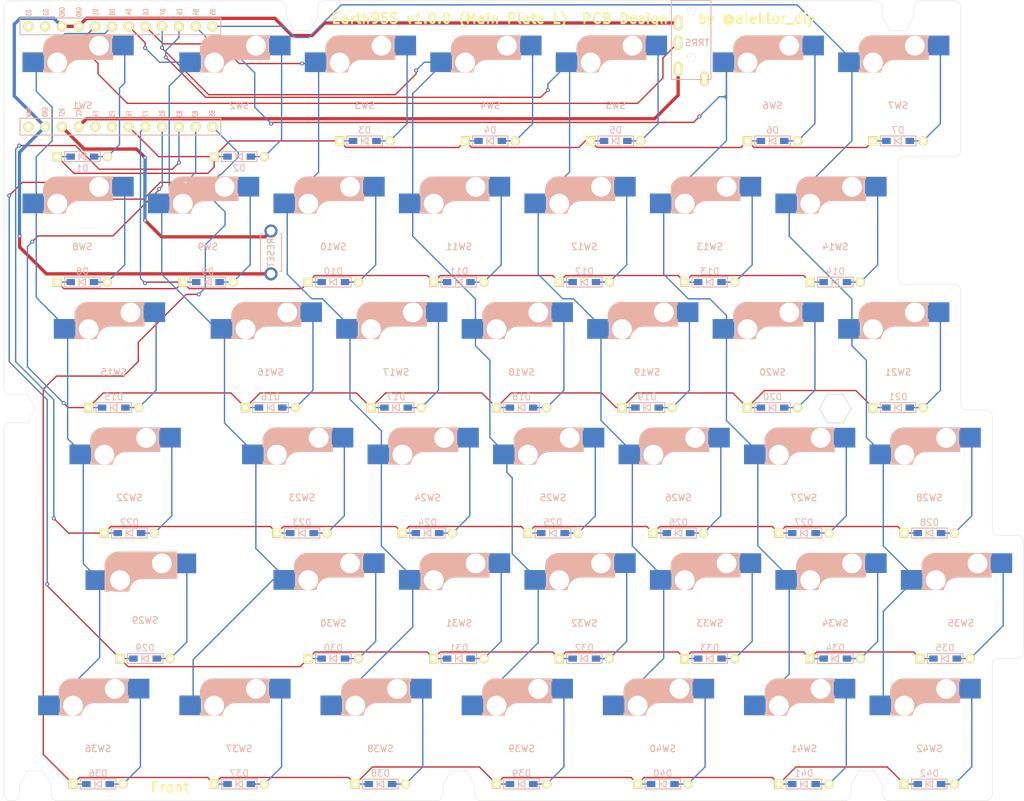
<source format=kicad_pcb>
(kicad_pcb (version 20240108) (generator "pcbnew") (generator_version "8.0")
  (layers (0 "F.Cu" signal) (31 "B.Cu" signal) (34 "B.Paste" user) (35 "F.Paste" user) (36 "B.SilkS" user "B.Silkscreen") (37 "F.SilkS" user "F.Silkscreen") (38 "B.Mask" user) (39 "F.Mask" user) (44 "Edge.Cuts" user))
  (net 0 "")
  (net 1 "row0")
  (net 2 "Net-(D1-A)")
  (net 3 "Net-(D2-A)")
  (net 4 "Net-(D3-A)")
  (net 5 "Net-(D4-A)")
  (net 6 "Net-(D5-A)")
  (net 7 "Net-(D6-A)")
  (net 8 "Net-(D7-A)")
  (net 9 "Net-(D8-A)")
  (net 10 "row1")
  (net 11 "Net-(D9-A)")
  (net 12 "Net-(D10-A)")
  (net 13 "Net-(D11-A)")
  (net 14 "Net-(D12-A)")
  (net 15 "Net-(D13-A)")
  (net 16 "Net-(D14-A)")
  (net 17 "row2")
  (net 18 "Net-(D15-A)")
  (net 19 "Net-(D16-A)")
  (net 20 "Net-(D17-A)")
  (net 21 "Net-(D18-A)")
  (net 22 "Net-(D19-A)")
  (net 23 "Net-(D20-A)")
  (net 24 "Net-(D21-A)")
  (net 25 "row3")
  (net 26 "Net-(D22-A)")
  (net 27 "Net-(D23-A)")
  (net 28 "Net-(D24-A)")
  (net 29 "Net-(D25-A)")
  (net 30 "Net-(D26-A)")
  (net 31 "Net-(D27-A)")
  (net 32 "Net-(D28-A)")
  (net 33 "row4")
  (net 34 "Net-(D29-A)")
  (net 35 "Net-(D30-A)")
  (net 36 "Net-(D31-A)")
  (net 37 "Net-(D32-A)")
  (net 38 "Net-(D33-A)")
  (net 39 "Net-(D34-A)")
  (net 40 "Net-(D35-A)")
  (net 41 "Net-(D36-A)")
  (net 42 "row5")
  (net 43 "Net-(D37-A)")
  (net 44 "Net-(D38-A)")
  (net 45 "Net-(D39-A)")
  (net 46 "Net-(D40-A)")
  (net 47 "Net-(D41-A)")
  (net 48 "Net-(D42-A)")
  (net 50 "VCC")
  (net 51 "GND")
  (net 52 "Data")
  (net 53 "col0")
  (net 54 "col1")
  (net 55 "col2")
  (net 56 "col3")
  (net 57 "col4")
  (net 58 "col5")
  (net 59 "col6")
  (net 60 "RST")
  (footprint "kbd_SW:CherryMX_Hotswap_1u" (layer "F.Cu") (at 76.2 33.3375)
    (property "Reference" "SW3")
    (property "Value" "SW_PUSH" (hide yes))
  )
  (footprint "kbd_SW:CherryMX_Hotswap_1u" (layer "F.Cu") (at 61.9125 73.81875)
    (property "Reference" "SW16")
    (property "Value" "SW_PUSH" (hide yes))
  )
  (footprint "kbd_Parts:Diode_TH_SMD" (layer "F.Cu") (at 142.875 140.335)
    (property "Reference" "D41")
    (property "Value" "D" (hide yes))
  )
  (footprint "kbd_SW:CherryMX_Hotswap_1u" (layer "F.Cu") (at 147.6375 54.76875)
    (property "Reference" "SW14")
    (property "Value" "SW_PUSH" (hide yes))
  )
  (footprint "kbd_Parts:Diode_TH_SMD" (layer "F.Cu") (at 71.4375 64.135)
    (property "Reference" "D10")
    (property "Value" "D" (hide yes))
  )
  (footprint "kbd_Parts:Diode_TH_SMD" (layer "F.Cu") (at 95.25 42.70375)
    (property "Reference" "D4")
    (property "Value" "D" (hide yes))
  )
  (footprint "kbd_Parts:Diode_TH_SMD" (layer "F.Cu") (at 80.9625 83.185)
    (property "Reference" "D17")
    (property "Value" "D" (hide yes))
  )
  (footprint "kbd_SW:CherryMX_Hotswap_1u" (layer "F.Cu") (at 161.925 130.96875)
    (property "Reference" "SW42")
    (property "Value" "SW_PUSH" (hide yes))
  )
  (footprint "kbd_SW:CherryMX_Hotswap_1u" (layer "F.Cu") (at 33.3375 33.3375)
    (property "Reference" "SW1")
    (property "Value" "SW_PUSH" (hide yes))
  )
  (footprint "kbd_SW:CherryMX_Hotswap_1u" (layer "F.Cu") (at 114.3 33.3375)
    (property "Reference" "SW5")
    (property "Value" "SW_PUSH" (hide yes))
  )
  (footprint "kbd_SW:CherryMX_Hotswap_1.25u" (layer "F.Cu") (at 35.71875 130.96875)
    (property "Reference" "SW36")
    (property "Value" "SW_PUSH" (hide yes))
  )
  (footprint "kbd_SW:CherryMX_Hotswap_1u" (layer "F.Cu") (at 147.6375 111.91875)
    (property "Reference" "SW34")
    (property "Value" "SW_PUSH" (hide yes))
  )
  (footprint "kbd_SW:CherryMX_Hotswap_1u" (layer "F.Cu") (at 66.675 92.86875)
    (property "Reference" "SW23")
    (property "Value" "SW_PUSH" (hide yes))
  )
  (footprint "kbd_Parts:Diode_TH_SMD" (layer "F.Cu") (at 90.4875 64.135)
    (property "Reference" "D11")
    (property "Value" "D" (hide yes))
  )
  (footprint "kbd_SW:CherryMX_Hotswap_1u" (layer "F.Cu") (at 52.3875 54.76875)
    (property "Reference" "SW9")
    (property "Value" "SW_PUSH" (hide yes))
  )
  (footprint "kbd_SW:CherryMX_Hotswap_1u" (layer "F.Cu") (at 33.3375 54.76875)
    (property "Reference" "SW8")
    (property "Value" "SW_PUSH" (hide yes))
  )
  (footprint "kbd_SW:CherryMX_Hotswap_1.25u" (layer "F.Cu") (at 121.44375 130.96875)
    (property "Reference" "SW40")
    (property "Value" "SW_PUSH" (hide yes))
  )
  (footprint "kbd_SW:CherryMX_Hotswap_1.25u" (layer "F.Cu") (at 78.58125 130.96875)
    (property "Reference" "SW38")
    (property "Value" "SW_PUSH" (hide yes))
  )
  (footprint "kbd_Parts:TRRS_MJ-4PP-9" (layer "F.Cu") (at 125.777053 27.5)
    (property "Reference" "J1")
    (property "Value" "TRRS_MJ-4PP-9" (hide yes))
  )
  (footprint "kbd_Hole:m2_Spacer_Hole_hex" (layer "F.Cu") (at 147.6375 83.34375)
    (property "Reference" "Ref**" (hide yes))
    (property "Value" "Val**" (hide yes))
    (fp_line (start -2.4 0) (end -1.2 2.15) (stroke (width 0.1)) (layer "Edge.Cuts"))
    (fp_line (start -1.2 -2.15) (end -2.4 0) (stroke (width 0.1)) (layer "Edge.Cuts"))
    (fp_line (start -1.2 2.15) (end 1.2 2.15) (stroke (width 0.1)) (layer "Edge.Cuts"))
    (fp_line (start 1.2 -2.15) (end -1.2 -2.15) (stroke (width 0.1)) (layer "Edge.Cuts"))
    (fp_line (start 1.2 2.15) (end 2.4 0) (stroke (width 0.1)) (layer "Edge.Cuts"))
    (fp_line (start 2.4 0) (end 1.2 -2.15) (stroke (width 0.1)) (layer "Edge.Cuts"))
  )
  (footprint "kbd_Parts:Diode_TH_SMD" (layer "F.Cu") (at 85.725 102.235)
    (property "Reference" "D24")
    (property "Value" "D" (hide yes))
  )
  (footprint "kbd_SW:CherryMX_Hotswap_1u" (layer "F.Cu") (at 157.1625 73.81875)
    (property "Reference" "SW21")
    (property "Value" "SW_PUSH" (hide yes))
  )
  (footprint "kbd_Parts:Diode_TH_SMD" (layer "F.Cu") (at 164.30625 121.285)
    (property "Reference" "D35")
    (property "Value" "D" (hide yes))
  )
  (footprint "kbd_Parts:Diode_TH_SMD" (layer "F.Cu") (at 78.58125 140.335)
    (property "Reference" "D38")
    (property "Value" "D" (hide yes))
  )
  (footprint "kbd_SW:CherryMX_Hotswap_1u" (layer "F.Cu") (at 71.4375 54.76875)
    (property "Reference" "SW10")
    (property "Value" "SW_PUSH" (hide yes))
  )
  (footprint "kbd_Parts:Micon_ProMicro_reverse" (layer "F.Cu") (at 38.346251 31.199915 90)
    (property "Reference" "U1" (hide yes))
    (property "Value" "ProMicro" (hide yes))
  )
  (footprint "kbd_Parts:Diode_TH_SMD" (layer "F.Cu") (at 119.0625 83.185)
    (property "Reference" "D19")
    (property "Value" "D" (hide yes))
  )
  (footprint "kbd_Parts:Diode_TH_SMD" (layer "F.Cu") (at 104.775 102.235)
    (property "Reference" "D25")
    (property "Value" "D" (hide yes))
  )
  (footprint "kbd_Parts:Diode_TH_SMD" (layer "F.Cu") (at 157.1625 42.70375)
    (property "Reference" "D7")
    (property "Value" "D" (hide yes))
  )
  (footprint "kbd_Parts:Diode_TH_SMD" (layer "F.Cu") (at 157.1625 83.185)
    (property "Reference" "D21")
    (property "Value" "D" (hide yes))
  )
  (footprint "kbd_SW:CherryMX_Hotswap_1u" (layer "F.Cu") (at 57.15 130.96875)
    (property "Reference" "SW37")
    (property "Value" "SW_PUSH" (hide yes))
  )
  (footprint "kbd_SW:CherryMX_Hotswap_1u" (layer "F.Cu") (at 85.725 92.86875)
    (property "Reference" "SW24")
    (property "Value" "SW_PUSH" (hide yes))
  )
  (footprint "kbd_SW:CherryMX_Hotswap_1u" (layer "F.Cu") (at 109.5375 111.91875)
    (property "Reference" "SW32")
    (property "Value" "SW_PUSH" (hide yes))
  )
  (footprint "kbd_Parts:Diode_TH_SMD" (layer "F.Cu") (at 90.4875 121.285)
    (property "Reference" "D31")
    (property "Value" "D" (hide yes))
  )
  (footprint "kbd_SW:CherryMX_Hotswap_2u" (layer "F.Cu") (at 42.8625 111.91875)
    (property "Reference" "SW29")
    (property "Value" "SW_PUSH" (hide yes))
  )
  (footprint "kbd_Parts:Diode_TH_SMD" (layer "F.Cu") (at 33.3375 64.135)
    (property "Reference" "D8")
    (property "Value" "D" (hide yes))
  )
  (footprint "kbd_Parts:Diode_TH_SMD" (layer "F.Cu") (at 52.3875 64.135)
    (property "Reference" "D9")
    (property "Value" "D" (hide yes))
  )
  (footprint "kbd_SW:CherryMX_Hotswap_1u" (layer "F.Cu") (at 104.775 92.86875)
    (property "Reference" "SW25")
    (property "Value" "SW_PUSH" (hide yes))
  )
  (footprint "kbd_SW:CherryMX_Hotswap_1u" (layer "F.Cu") (at 80.9625 73.81875)
    (property "Reference" "SW17")
    (property "Value" "SW_PUSH" (hide yes))
  )
  (footprint "kbd_Parts:Diode_TH_SMD" (layer "F.Cu") (at 71.4375 121.285)
    (property "Reference" "D30")
    (property "Value" "D" (hide yes))
  )
  (footprint "kbd_Parts:Diode_TH_SMD" (layer "F.Cu") (at 147.6375 64.135)
    (property "Reference" "D14")
    (property "Value" "D" (hide yes))
  )
  (footprint "kbd_Parts:Diode_TH_SMD" (layer "F.Cu") (at 128.5875 121.285)
    (property "Reference" "D33")
    (property "Value" "D" (hide yes))
  )
  (footprint "kbd_Parts:Diode_TH_SMD" (layer "F.Cu") (at 114.3 42.70375)
    (property "Reference" "D5")
    (property "Value" "D" (hide yes))
  )
  (footprint "kbd_SW:CherryMX_Hotswap_1u" (layer "F.Cu") (at 142.875 130.96875)
    (property "Reference" "SW41")
    (property "Value" "SW_PUSH" (hide yes))
  )
  (footprint "kbd_SW:CherryMX_Hotswap_1u" (layer "F.Cu") (at 161.925 92.86875)
    (property "Reference" "SW28")
    (property "Value" "SW_PUSH" (hide yes))
  )
  (footprint "kbd_Parts:Diode_TH_SMD" (layer "F.Cu") (at 100.0125 83.185)
    (property "Reference" "D18")
    (property "Value" "D" (hide yes))
  )
  (footprint "kbd_Parts:Diode_TH_SMD" (layer "F.Cu") (at 123.825 102.235)
    (property "Reference" "D26")
    (property "Value" "D" (hide yes))
  )
  (footprint "kbd_SW:CherryMX_Hotswap_1u" (layer "F.Cu") (at 95.25 33.3375)
    (property "Reference" "SW4")
    (property "Value" "SW_PUSH" (hide yes))
  )
  (footprint "kbd_Parts:Diode_TH_SMD" (layer "F.Cu") (at 57.15 140.335)
    (property "Reference" "D37")
    (property "Value" "D" (hide yes))
  )
  (footprint "kbd_SW:CherryMX_Hotswap_1u" (layer "F.Cu") (at 138.1125 73.81875)
    (property "Reference" "SW20")
    (property "Value" "SW_PUSH" (hide yes))
  )
  (footprint "kbd_Parts:Diode_TH_SMD" (layer "F.Cu") (at 109.5375 121.285)
    (property "Reference" "D32")
    (property "Value" "D" (hide yes))
  )
  (footprint "kbd_Parts:Diode_TH_SMD" (layer "F.Cu") (at 100.0125 140.335)
    (property "Reference" "D39")
    (property "Value" "D" (hide yes))
  )
  (footprint "kbd_SW:CherryMX_Hotswap_1u" (layer "F.Cu") (at 100.0125 130.96875)
    (property "Reference" "SW39")
    (property "Value" "SW_PUSH" (hide yes))
  )
  (footprint "kbd_Parts:Diode_TH_SMD" (layer "F.Cu") (at 147.6375 121.285)
    (property "Reference" "D34")
    (property "Value" "D" (hide yes))
  )
  (footprint "kbd_SW:CherryMX_Hotswap_1u" (layer "F.Cu") (at 157.1625 33.3375)
    (property "Reference" "SW7")
    (property "Value" "SW_PUSH" (hide yes))
  )
  (footprint "kbd_SW:CherryMX_Hotswap_1u" (layer "F.Cu") (at 109.5375 54.76875)
    (property "Reference" "SW12")
    (property "Value" "SW_PUSH" (hide yes))
  )
  (footprint "kbd_SW:CherryMX_Hotswap_1u" (layer "F.Cu") (at 123.825 92.86875)
    (property "Reference" "SW26")
    (property "Value" "SW_PUSH" (hide yes))
  )
  (footprint "kbd_SW:CherryMX_Hotswap_1u" (layer "F.Cu") (at 142.875 92.86875)
    (property "Reference" "SW27")
    (property "Value" "SW_PUSH" (hide yes))
  )
  (footprint "kbd_SW:CherryMX_Hotswap_1u" (layer "F.Cu") (at 128.5875 54.76875)
    (property "Reference" "SW13")
    (property "Value" "SW_PUSH" (hide yes))
  )
  (footprint "kbd_Parts:Diode_TH_SMD" (layer "F.Cu") (at 138.1125 42.70375)
    (property "Reference" "D6")
    (property "Value" "D" (hide yes))
  )
  (footprint "kbd_Parts:Diode_TH_SMD" (layer "F.Cu") (at 61.9125 83.185)
    (property "Reference" "D16")
    (property "Value" "D" (hide yes))
  )
  (footprint "kbd_SW:CherryMX_Hotswap_1u" (layer "F.Cu") (at 71.4375 111.91875)
    (property "Reference" "SW30")
    (property "Value" "SW_PUSH" (hide yes))
  )
  (footprint "kbd_SW:CherryMX_Hotswap_1u" (layer "F.Cu") (at 128.5875 111.91875)
    (property "Reference" "SW33")
    (property "Value" "SW_PUSH" (hide yes))
  )
  (footprint "kbd_Parts:Diode_TH_SMD" (layer "F.Cu") (at 128.5875 64.135)
    (property "Reference" "D13")
    (property "Value" "D" (hide yes))
  )
  (footprint "kbd_SW:CherryMX_Hotswap_1u" (layer "F.Cu") (at 90.4875 54.76875)
    (property "Reference" "SW11")
    (property "Value" "SW_PUSH" (hide yes))
  )
  (footprint "kbd_Parts:Diode_TH_SMD" (layer "F.Cu") (at 38.1 83.185)
    (property "Reference" "D15")
    (property "Value" "D" (hide yes))
  )
  (footprint "kbd_Parts:Diode_TH_SMD" (layer "F.Cu") (at 40.48125 102.235)
    (property "Reference" "D22")
    (property "Value" "D" (hide yes))
  )
  (footprint "kbd_Parts:Diode_TH_SMD" (layer "F.Cu") (at 161.925 140.335)
    (property "Reference" "D42")
    (property "Value" "D" (hide yes))
  )
  (footprint "kbd_Parts:Diode_TH_SMD" (layer "F.Cu") (at 66.675 102.235)
    (property "Reference" "D23")
    (property "Value" "D" (hide yes))
  )
  (footprint "kbd_SW:CherryMX_Hotswap_1u" (layer "F.Cu") (at 166.6875 111.91875)
    (property "Reference" "SW35")
    (property "Value" "SW_PUSH" (hide yes))
  )
  (footprint "kbd_Parts:Diode_TH_SMD" (layer "F.Cu") (at 35.71875 140.335)
    (property "Reference" "D36")
    (property "Value" "D" (hide yes))
  )
  (footprint "kbd_Parts:Diode_TH_SMD" (layer "F.Cu") (at 142.875 102.235)
    (property "Reference" "D27")
    (property "Value" "D" (hide yes))
  )
  (footprint "kbd_Parts:Diode_TH_SMD" (layer "F.Cu") (at 161.925 102.235)
    (property "Reference" "D28")
    (property "Value" "D" (hide yes))
  )
  (footprint "kbd_Parts:Diode_TH_SMD" (layer "F.Cu") (at 121.44375 140.335)
    (property "Reference" "D40")
    (property "Value" "D" (hide yes))
  )
  (footprint "kbd_SW:CherryMX_Hotswap_1u" (layer "F.Cu") (at 119.0625 73.81875)
    (property "Reference" "SW19")
    (property "Value" "SW_PUSH" (hide yes))
  )
  (footprint "kbd_Parts:Diode_TH_SMD" (layer "F.Cu") (at 42.8625 121.285)
    (property "Reference" "D29")
    (property "Value" "D" (hide yes))
  )
  (footprint "kbd_SW:CherryMX_Hotswap_1.5u" (layer "F.Cu") (at 38.1 73.81875)
    (property "Reference" "SW15")
    (property "Value" "SW_PUSH" (hide yes))
  )
  (footprint "kbd_Parts:Diode_TH_SMD" (layer "F.Cu") (at 138.1125 83.185)
    (property "Reference" "D20")
    (property "Value" "D" (hide yes))
  )
  (footprint "kbd_SW:CherryMX_Hotswap_1u" (layer "F.Cu") (at 90.4875 111.91875)
    (property "Reference" "SW31")
    (property "Value" "SW_PUSH" (hide yes))
  )
  (footprint "kbd_Parts:Diode_TH_SMD" (layer "F.Cu") (at 57.15 45.085)
    (property "Reference" "D2")
    (property "Value" "D" (hide yes))
  )
  (footprint "kbd_SW:CherryMX_Hotswap_1u" (layer "F.Cu") (at 100.0125 73.81875)
    (property "Reference" "SW18")
    (property "Value" "SW_PUSH" (hide yes))
  )
  (footprint "kbd_SW:CherryMX_Hotswap_1.75u" (layer "F.Cu") (at 40.48125 92.86875)
    (property "Reference" "SW22")
    (property "Value" "SW_PUSH" (hide yes))
  )
  (footprint "kbd_Parts:Diode_TH_SMD" (layer "F.Cu") (at 76.2 42.70375)
    (property "Reference" "D3")
    (property "Value" "D" (hide yes))
  )
  (footprint "kbd_SW:CherryMX_Hotswap_1u" (layer "F.Cu") (at 138.1125 33.3375)
    (property "Reference" "SW6")
    (property "Value" "SW_PUSH" (hide yes))
  )
  (footprint "kbd_Parts:Diode_TH_SMD" (layer "F.Cu") (at 33.3375 45.085)
    (property "Reference" "D1")
    (property "Value" "D" (hide yes))
  )
  (footprint "kbd_Parts:Diode_TH_SMD" (layer "F.Cu") (at 109.5375 64.135)
    (property "Reference" "D12")
    (property "Value" "D" (hide yes))
  )
  (footprint "kbd_SW:CherryMX_Hotswap_1u" (layer "F.Cu") (at 57.15 33.3375)
    (property "Reference" "SW2")
    (property "Value" "SW_PUSH" (hide yes))
  )
  (footprint "kbd:ResetSW" (layer "B.Cu") (at 61.968279 59.631593 90)
    (property "Reference" "SW43" (hide yes))
    (property "Value" "SW_PUSH")
  )
  (gr_line (start 65.475 25.9625) (end 67.875 25.9625) (stroke (width 0.05)) (layer "Edge.Cuts"))
  (gr_line (start 176.2125 120.24375) (end 176.2125 103.59375) (stroke (width 0.05)) (layer "Edge.Cuts"))
  (gr_line (start 25.0125 81.19375) (end 22.43125 81.19375) (stroke (width 0.05)) (layer "Edge.Cuts"))
  (gr_line (start 158.3625 25.9625) (end 155.9625 25.9625) (stroke (width 0.05)) (layer "Edge.Cuts"))
  (gr_line (start 87.0875 142.875) (end 29.59375 142.875) (stroke (width 0.05)) (layer "Edge.Cuts"))
  (gr_arc (start 171.45 122.24375) (mid 171.742893 121.536643) (end 172.45 121.24375) (stroke (width 0.05)) (layer "Edge.Cuts"))
  (gr_arc (start 158.1625 64.49375) (mid 157.455393 64.200857) (end 157.1625 63.49375) (stroke (width 0.05)) (layer "Edge.Cuts"))
  (gr_line (start 154.7625 22.43125) (end 154.7625 23.8125) (stroke (width 0.05)) (layer "Edge.Cuts"))
  (gr_arc (start 69.075 22.43125) (mid 69.367893 21.724143) (end 70.075 21.43125) (stroke (width 0.05)) (layer "Edge.Cuts"))
  (gr_line (start 153.6 138.34375) (end 151.2 138.34375) (stroke (width 0.05)) (layer "Edge.Cuts"))
  (gr_line (start 165.6875 64.49375) (end 158.1625 64.49375) (stroke (width 0.05)) (layer "Edge.Cuts"))
  (gr_line (start 166.6875 82.54375) (end 166.6875 65.49375) (stroke (width 0.05)) (layer "Edge.Cuts"))
  (gr_line (start 27.39375 138.34375) (end 28.59375 140.49375) (stroke (width 0.05)) (layer "Edge.Cuts"))
  (gr_arc (start 170.45 83.54375) (mid 171.157107 83.836643) (end 171.45 84.54375) (stroke (width 0.05)) (layer "Edge.Cuts"))
  (gr_line (start 166.6875 44.04375) (end 166.6875 22.43125) (stroke (width 0.05)) (layer "Edge.Cuts"))
  (gr_line (start 24.99375 138.34375) (end 27.39375 138.34375) (stroke (width 0.05)) (layer "Edge.Cuts"))
  (gr_arc (start 21.43125 86.49375) (mid 21.724143 85.786643) (end 22.43125 85.49375) (stroke (width 0.05)) (layer "Edge.Cuts"))
  (gr_line (start 64.275 23.8125) (end 65.475 25.9625) (stroke (width 0.05)) (layer "Edge.Cuts"))
  (gr_line (start 91.6875 138.34375) (end 92.8875 140.49375) (stroke (width 0.05)) (layer "Edge.Cuts"))
  (gr_arc (start 21.43125 22.43125) (mid 21.724143 21.724143) (end 22.43125 21.43125) (stroke (width 0.05)) (layer "Edge.Cuts"))
  (gr_arc (start 165.6875 21.43125) (mid 166.394607 21.724143) (end 166.6875 22.43125) (stroke (width 0.05)) (layer "Edge.Cuts"))
  (gr_line (start 63.275 21.43125) (end 22.43125 21.43125) (stroke (width 0.05)) (layer "Edge.Cuts"))
  (gr_arc (start 22.43125 81.19375) (mid 21.724143 80.900857) (end 21.43125 80.19375) (stroke (width 0.05)) (layer "Edge.Cuts"))
  (gr_line (start 64.275 22.43125) (end 64.275 23.8125) (stroke (width 0.05)) (layer "Edge.Cuts"))
  (gr_line (start 149 142.875) (end 93.8875 142.875) (stroke (width 0.05)) (layer "Edge.Cuts"))
  (gr_line (start 170.45 83.54375) (end 167.6875 83.54375) (stroke (width 0.05)) (layer "Edge.Cuts"))
  (gr_line (start 21.43125 86.49375) (end 21.43125 141.875) (stroke (width 0.05)) (layer "Edge.Cuts"))
  (gr_line (start 170.45 142.875) (end 155.8 142.875) (stroke (width 0.05)) (layer "Edge.Cuts"))
  (gr_arc (start 167.6875 83.54375) (mid 166.980393 83.250857) (end 166.6875 82.54375) (stroke (width 0.05)) (layer "Edge.Cuts"))
  (gr_line (start 171.45 101.59375) (end 171.45 84.54375) (stroke (width 0.05)) (layer "Edge.Cuts"))
  (gr_line (start 154.7625 23.8125) (end 155.9625 25.9625) (stroke (width 0.05)) (layer "Edge.Cuts"))
  (gr_arc (start 175.2125 102.59375) (mid 175.919607 102.886643) (end 176.2125 103.59375) (stroke (width 0.05)) (layer "Edge.Cuts"))
  (gr_line (start 88.0875 140.49375) (end 89.2875 138.34375) (stroke (width 0.05)) (layer "Edge.Cuts"))
  (gr_arc (start 88.0875 141.875) (mid 87.794607 142.582107) (end 87.0875 142.875) (stroke (width 0.05)) (layer "Edge.Cuts"))
  (gr_arc (start 63.275 21.43125) (mid 63.982107 21.724143) (end 64.275 22.43125) (stroke (width 0.05)) (layer "Edge.Cuts"))
  (gr_line (start 22.79375 142.875) (end 22.43125 142.875) (stroke (width 0.05)) (layer "Edge.Cuts"))
  (gr_arc (start 22.43125 142.875) (mid 21.724143 142.582107) (end 21.43125 141.875) (stroke (width 0.05)) (layer "Edge.Cuts"))
  (gr_arc (start 171.45 141.875) (mid 171.157107 142.582107) (end 170.45 142.875) (stroke (width 0.05)) (layer "Edge.Cuts"))
  (gr_line (start 69.075 22.43125) (end 69.075 23.8125) (stroke (width 0.05)) (layer "Edge.Cuts"))
  (gr_line (start 89.2875 138.34375) (end 91.6875 138.34375) (stroke (width 0.05)) (layer "Edge.Cuts"))
  (gr_arc (start 150 141.875) (mid 149.707107 142.582107) (end 149 142.875) (stroke (width 0.05)) (layer "Edge.Cuts"))
  (gr_line (start 160.5625 21.43125) (end 165.6875 21.43125) (stroke (width 0.05)) (layer "Edge.Cuts"))
  (gr_arc (start 176.2125 120.24375) (mid 175.919607 120.950857) (end 175.2125 121.24375) (stroke (width 0.05)) (layer "Edge.Cuts"))
  (gr_line (start 26.2125 83.34375) (end 25.0125 85.49375) (stroke (width 0.05)) (layer "Edge.Cuts"))
  (gr_line (start 151.2 138.34375) (end 150 140.49375) (stroke (width 0.05)) (layer "Edge.Cuts"))
  (gr_arc (start 165.6875 64.49375) (mid 166.394607 64.786643) (end 166.6875 65.49375) (stroke (width 0.05)) (layer "Edge.Cuts"))
  (gr_line (start 171.45 141.875) (end 171.45 122.24375) (stroke (width 0.05)) (layer "Edge.Cuts"))
  (gr_line (start 67.875 25.9625) (end 69.075 23.8125) (stroke (width 0.05)) (layer "Edge.Cuts"))
  (gr_line (start 158.3625 25.9625) (end 159.5625 23.8125) (stroke (width 0.05)) (layer "Edge.Cuts"))
  (gr_line (start 23.79375 140.49375) (end 24.99375 138.34375) (stroke (width 0.05)) (layer "Edge.Cuts"))
  (gr_line (start 21.43125 22.43125) (end 21.43125 80.19375) (stroke (width 0.05)) (layer "Edge.Cuts"))
  (gr_line (start 88.0875 141.875) (end 88.0875 140.49375) (stroke (width 0.05)) (layer "Edge.Cuts"))
  (gr_line (start 150 141.875) (end 150 140.49375) (stroke (width 0.05)) (layer "Edge.Cuts"))
  (gr_arc (start 155.8 142.875) (mid 155.092893 142.582107) (end 154.8 141.875) (stroke (width 0.05)) (layer "Edge.Cuts"))
  (gr_arc (start 159.5625 22.43125) (mid 159.855393 21.724143) (end 160.5625 21.43125) (stroke (width 0.05)) (layer "Edge.Cuts"))
  (gr_line (start 25.0125 81.19375) (end 26.2125 83.34375) (stroke (width 0.05)) (layer "Edge.Cuts"))
  (gr_arc (start 153.7625 21.43125) (mid 154.469607 21.724143) (end 154.7625 22.43125) (stroke (width 0.05)) (layer "Edge.Cuts"))
  (gr_arc (start 29.59375 142.875) (mid 28.886643 142.582107) (end 28.59375 141.875) (stroke (width 0.05)) (layer "Edge.Cuts"))
  (gr_line (start 153.7625 21.43125) (end 70.075 21.43125) (stroke (width 0.05)) (layer "Edge.Cuts"))
  (gr_arc (start 93.8875 142.875) (mid 93.180393 142.582107) (end 92.8875 141.875) (stroke (width 0.05)) (layer "Edge.Cuts"))
  (gr_arc (start 157.1625 46.04375) (mid 157.455393 45.336643) (end 158.1625 45.04375) (stroke (width 0.05)) (layer "Edge.Cuts"))
  (gr_line (start 154.8 141.875) (end 154.8 140.49375) (stroke (width 0.05)) (layer "Edge.Cuts"))
  (gr_arc (start 23.79375 141.875) (mid 23.500857 142.582107) (end 22.79375 142.875) (stroke (width 0.05)) (layer "Edge.Cuts"))
  (gr_line (start 154.8 140.49375) (end 153.6 138.34375) (stroke (width 0.05)) (layer "Edge.Cuts"))
  (gr_line (start 22.43125 85.49375) (end 25.0125 85.49375) (stroke (width 0.05)) (layer "Edge.Cuts"))
  (gr_line (start 157.1625 63.49375) (end 157.1625 46.04375) (stroke (width 0.05)) (layer "Edge.Cuts"))
  (gr_line (start 28.59375 141.875) (end 28.59375 140.49375) (stroke (width 0.05)) (layer "Edge.Cuts"))
  (gr_line (start 175.2125 102.59375) (end 172.45 102.59375) (stroke (width 0.05)) (layer "Edge.Cuts"))
  (gr_arc (start 166.6875 44.04375) (mid 166.394607 44.750857) (end 165.6875 45.04375) (stroke (width 0.05)) (layer "Edge.Cuts"))
  (gr_arc (start 172.45 102.59375) (mid 171.742893 102.300857) (end 171.45 101.59375) (stroke (width 0.05)) (layer "Edge.Cuts"))
  (gr_line (start 172.45 121.24375) (end 175.2125 121.24375) (stroke (width 0.05)) (layer "Edge.Cuts"))
  (gr_line (start 158.1625 45.04375) (end 165.6875 45.04375) (stroke (width 0.05)) (layer "Edge.Cuts"))
  (gr_line (start 92.8875 141.875) (end 92.8875 140.49375) (stroke (width 0.05)) (layer "Edge.Cuts"))
  (gr_line (start 159.5625 22.43125) (end 159.5625 23.8125) (stroke (width 0.05)) (layer "Edge.Cuts"))
  (gr_line (start 23.79375 141.875) (end 23.79375 140.49375) (stroke (width 0.05)) (layer "Edge.Cuts"))
  (gr_text "Earth95S v1.0.0 (Main Plate L)" (at 71 25 0) (layer "F.SilkS") (effects (font (size 1.5 1.5) (thickness 0.3) (bold yes)) (justify left bottom)))
  (gr_text "PCB Design    by @alektor_diy" (at 109 25 0) (layer "F.SilkS") (effects (font (size 1.5 1.5) (thickness 0.3) (bold yes)) (justify left bottom)))
  (gr_text "Front" (at 43.52398 141.682256 0) (layer "F.SilkS") (effects (font (size 1.5 1.5) (thickness 0.3) (bold yes)) (justify left bottom)))
  (segment (start 134.3025 42.70375) (end 133.304 43.70225) (width 0.2) (layer "F.Cu") (net 1))
  (segment (start 72.39 42.70375) (end 55.72125 42.70375) (width 0.2) (layer "F.Cu") (net 1))
  (segment (start 53.34 45.085) (end 44.913336 45.085) (width 0.2) (layer "F.Cu") (net 1))
  (segment (start 55.72125 42.70375) (end 53.34 45.085) (width 0.2) (layer "F.Cu") (net 1))
  (segment (start 110.49 42.70375) (end 109.69625 42.70375) (width 0.2) (layer "F.Cu") (net 1))
  (segment (start 53.34 46.6725) (end 52.3875 47.625) (width 0.2) (layer "F.Cu") (net 1))
  (segment (start 73.3885 43.70225) (end 72.39 42.70375) (width 0.2) (layer "F.Cu") (net 1))
  (segment (start 32.0675 47.625) (end 29.5275 45.085) (width 0.2) (layer "F.Cu") (net 1))
  (segment (start 133.304 43.70225) (end 111.4885 43.70225) (width 0.2) (layer "F.Cu") (net 1))
  (segment (start 152.354 43.70225) (end 135.301 43.70225) (width 0.2) (layer "F.Cu") (net 1))
  (segment (start 53.34 45.085) (end 53.34 46.6725) (width 0.2) (layer "F.Cu") (net 1))
  (segment (start 92.4385 43.70225) (end 91.44 42.70375) (width 0.2) (layer "F.Cu") (net 1))
  (segment (start 91.44 42.70375) (end 90.4415 43.70225) (width 0.2) (layer "F.Cu") (net 1))
  (segment (start 108.69775 43.70225) (end 92.4385 43.70225) (width 0.2) (layer "F.Cu") (net 1))
  (segment (start 153.3525 42.70375) (end 152.354 43.70225) (width 0.2) (layer "F.Cu") (net 1))
  (segment (start 44.913336 45.085) (end 40.378251 40.549915) (width 0.2) (layer "F.Cu") (net 1))
  (segment (start 135.301 43.70225) (end 134.3025 42.70375) (width 0.2) (layer "F.Cu") (net 1))
  (segment (start 52.3875 47.625) (end 32.0675 47.625) (width 0.2) (layer "F.Cu") (net 1))
  (segment (start 109.69625 42.70375) (end 108.69775 43.70225) (width 0.2) (layer "F.Cu") (net 1))
  (segment (start 90.4415 43.70225) (end 73.3885 43.70225) (width 0.2) (layer "F.Cu") (net 1))
  (segment (start 111.4885 43.70225) (end 110.49 42.70375) (width 0.2) (layer "F.Cu") (net 1))
  (segment (start 31.5625 45.085) (end 29.5275 45.085) (width 0.2) (layer "B.Cu") (net 1))
  (segment (start 136.3375 42.70375) (end 134.3025 42.70375) (width 0.2) (layer "B.Cu") (net 1))
  (segment (start 155.3875 42.70375) (end 153.3525 42.70375) (width 0.2) (layer "B.Cu") (net 1))
  (segment (start 93.475 42.70375) (end 91.44 42.70375) (width 0.2) (layer "B.Cu") (net 1))
  (segment (start 55.375 45.085) (end 53.34 45.085) (width 0.2) (layer "B.Cu") (net 1))
  (segment (start 74.425 42.70375) (end 72.39 42.70375) (width 0.2) (layer "B.Cu") (net 1))
  (segment (start 112.525 42.70375) (end 110.49 42.70375) (width 0.2) (layer "B.Cu") (net 1))
  (segment (start 38.976688 43.255812) (end 37.1475 45.085) (width 0.2) (layer "B.Cu") (net 2))
  (segment (start 39.7675 33.896688) (end 38.976688 34.6875) (width 0.2) (layer "B.Cu") (net 2))
  (segment (start 38.976688 34.6875) (end 38.976688 43.255812) (width 0.2) (layer "B.Cu") (net 2))
  (segment (start 39.7675 28.9475) (end 39.7675 33.896688) (width 0.2) (layer "B.Cu") (net 2))
  (segment (start 39.0375 28.2175) (end 39.7675 28.9475) (width 0.2) (layer "B.Cu") (net 2))
  (segment (start 37.1475 45.085) (end 35.1125 45.085) (width 0.2) (layer "B.Cu") (net 2))
  (segment (start 63.58 28.9475) (end 63.58 42.465) (width 0.2) (layer "B.Cu") (net 3))
  (segment (start 63.58 42.465) (end 60.96 45.085) (width 0.2) (layer "B.Cu") (net 3))
  (segment (start 62.85 28.2175) (end 63.58 28.9475) (width 0.2) (layer "B.Cu") (net 3))
  (segment (start 58.925 45.085) (end 60.96 45.085) (width 0.2) (layer "B.Cu") (net 3))
  (segment (start 81.9 28.2175) (end 82.63 28.9475) (width 0.2) (layer "B.Cu") (net 4))
  (segment (start 82.63 40.08375) (end 80.01 42.70375) (width 0.2) (layer "B.Cu") (net 4))
  (segment (start 82.63 28.9475) (end 82.63 40.08375) (width 0.2) (layer "B.Cu") (net 4))
  (segment (start 77.975 42.70375) (end 80.01 42.70375) (width 0.2) (layer "B.Cu") (net 4))
  (segment (start 101.68 40.08375) (end 99.06 42.70375) (width 0.2) (layer "B.Cu") (net 5))
  (segment (start 100.95 28.2175) (end 101.68 28.9475) (width 0.2) (layer "B.Cu") (net 5))
  (segment (start 101.68 28.9475) (end 101.68 40.08375) (width 0.2) (layer "B.Cu") (net 5))
  (segment (start 97.025 42.70375) (end 99.06 42.70375) (width 0.2) (layer "B.Cu") (net 5))
  (segment (start 116.075 42.70375) (end 118.11 42.70375) (width 0.2) (layer "B.Cu") (net 6))
  (segment (start 120.73 40.08375) (end 118.11 42.70375) (width 0.2) (layer "B.Cu") (net 6))
  (segment (start 120 28.2175) (end 120.73 28.9475) (width 0.2) (layer "B.Cu") (net 6))
  (segment (start 120.73 28.9475) (end 120.73 40.08375) (width 0.2) (layer "B.Cu") (net 6))
  (segment (start 144.5425 28.9475) (end 144.5425 40.08375) (width 0.2) (layer "B.Cu") (net 7))
  (segment (start 144.5425 40.08375) (end 141.9225 42.70375) (width 0.2) (layer "B.Cu") (net 7))
  (segment (start 139.8875 42.70375) (end 141.9225 42.70375) (width 0.2) (layer "B.Cu") (net 7))
  (segment (start 143.8125 28.2175) (end 144.5425 28.9475) (width 0.2) (layer "B.Cu") (net 7))
  (segment (start 158.9375 42.70375) (end 160.9725 42.70375) (width 0.2) (layer "B.Cu") (net 8))
  (segment (start 163.5925 28.9475) (end 163.5925 40.08375) (width 0.2) (layer "B.Cu") (net 8))
  (segment (start 163.5925 40.08375) (end 160.9725 42.70375) (width 0.2) (layer "B.Cu") (net 8))
  (segment (start 162.8625 28.2175) (end 163.5925 28.9475) (width 0.2) (layer "B.Cu") (net 8))
  (segment (start 39.0375 49.64875) (end 39.7675 50.37875) (width 0.2) (layer "B.Cu") (net 9))
  (segment (start 35.1125 64.135) (end 37.1475 64.135) (width 0.2) (layer "B.Cu") (net 9))
  (segment (start 39.7675 61.515) (end 37.1475 64.135) (width 0.2) (layer "B.Cu") (net 9))
  (segment (start 39.7675 50.37875) (end 39.7675 61.515) (width 0.2) (layer "B.Cu") (net 9))
  (segment (start 142.829 63.1365) (end 143.8275 64.135) (width 0.2) (layer "F.Cu") (net 10))
  (segment (start 67.6275 64.135) (end 68.626 63.1365) (width 0.2) (layer "F.Cu") (net 10))
  (segment (start 123.779 63.1365) (end 124.7775 64.135) (width 0.2) (layer "F.Cu") (net 10))
  (segment (start 125.776 63.1365) (end 142.829 63.1365) (width 0.2) (layer "F.Cu") (net 10))
  (segment (start 68.626 63.1365) (end 85.679 63.1365) (width 0.2) (layer "F.Cu") (net 10))
  (segment (start 106.726 63.1365) (end 123.779 63.1365) (width 0.2) (layer "F.Cu") (net 10))
  (segment (start 87.676 63.1365) (end 104.729 63.1365) (width 0.2) (layer "F.Cu") (net 10))
  (segment (start 43.02125 64.135) (end 48.5775 64.135) (width 0.2) (layer "F.Cu") (net 10))
  (segment (start 30.526 65.1335) (end 47.579 65.1335) (width 0.2) (layer "F.Cu") (net 10))
  (segment (start 66.629 65.1335) (end 67.6275 64.135) (width 0.2) (layer "F.Cu") (net 10))
  (segment (start 42.8625 64.29375) (end 43.02125 64.135) (width 0.2) (layer "F.Cu") (net 10))
  (segment (start 49.576 65.1335) (end 66.629 65.1335) (width 0.2) (layer "F.Cu") (net 10))
  (segment (start 29.5275 64.135) (end 30.526 65.1335) (width 0.2) (layer "F.Cu") (net 10))
  (segment (start 48.5775 64.135) (end 49.576 65.1335) (width 0.2) (layer "F.Cu") (net 10))
  (segment (start 47.579 65.1335) (end 48.5775 64.135) (width 0.2) (layer "F.Cu") (net 10))
  (segment (start 85.679 63.1365) (end 86.6775 64.135) (width 0.2) (layer "F.Cu") (net 10))
  (segment (start 104.729 63.1365) (end 105.7275 64.135) (width 0.2) (layer "F.Cu") (net 10))
  (segment (start 86.6775 64.135) (end 87.676 63.1365) (width 0.2) (layer "F.Cu") (net 10))
  (segment (start 124.7775 64.135) (end 125.776 63.1365) (width 0.2) (layer "F.Cu") (net 10))
  (segment (start 105.7275 64.135) (end 106.726 63.1365) (width 0.2) (layer "F.Cu") (net 10))
  (via (at 42.8625 64.29375) (size 0.6) (drill 0.3) (layers "F.Cu" "B.Cu") (net 10))
  (segment (start 88.7125 64.135) (end 86.6775 64.135) (width 0.2) (layer "B.Cu") (net 10))
  (segment (start 69.6625 64.135) (end 67.6275 64.135) (width 0.2) (layer "B.Cu") (net 10))
  (segment (start 126.8125 64.135) (end 124.7775 64.135) (width 0.2) (layer "B.Cu") (net 10))
  (segment (start 42.156252 41.311914) (end 42.156252 63.587502) (width 0.2) (layer "B.Cu") (net 10))
  (segment (start 107.7625 64.135) (end 105.7275 64.135) (width 0.2) (layer "B.Cu") (net 10))
  (segment (start 42.918251 40.549915) (end 42.156252 41.311914) (width 0.2) (layer "B.Cu") (net 10))
  (segment (start 42.156252 63.587502) (end 42.8625 64.29375) (width 0.2) (layer "B.Cu") (net 10))
  (segment (start 145.8625 64.135) (end 143.8275 64.135) (width 0.2) (layer "B.Cu") (net 10))
  (segment (start 50.6125 64.135) (end 48.5775 64.135) (width 0.2) (layer "B.Cu") (net 10))
  (segment (start 31.5625 64.135) (end 29.5275 64.135) (width 0.2) (layer "B.Cu") (net 10))
  (segment (start 58.0875 49.64875) (end 58.8175 50.37875) (width 0.2) (layer "B.Cu") (net 11))
  (segment (start 54.1625 64.135) (end 56.1975 64.135) (width 0.2) (layer "B.Cu") (net 11))
  (segment (start 58.8175 61.515) (end 56.1975 64.135) (width 0.2) (layer "B.Cu") (net 11))
  (segment (start 58.8175 50.37875) (end 58.8175 61.515) (width 0.2) (layer "B.Cu") (net 11))
  (segment (start 73.2125 64.135) (end 75.2475 64.135) (width 0.2) (layer "B.Cu") (net 12))
  (segment (start 77.8675 61.515) (end 75.2475 64.135) (width 0.2) (layer "B.Cu") (net 12))
  (segment (start 77.8675 50.37875) (end 77.8675 61.515) (width 0.2) (layer "B.Cu") (net 12))
  (segment (start 77.1375 49.64875) (end 77.8675 50.37875) (width 0.2) (layer "B.Cu") (net 12))
  (segment (start 96.1875 49.64875) (end 96.9175 50.37875) (width 0.2) (layer "B.Cu") (net 13))
  (segment (start 96.9175 50.37875) (end 96.9175 61.515) (width 0.2) (layer "B.Cu") (net 13))
  (segment (start 96.9175 61.515) (end 94.2975 64.135) (width 0.2) (layer "B.Cu") (net 13))
  (segment (start 92.2625 64.135) (end 94.2975 64.135) (width 0.2) (layer "B.Cu") (net 13))
  (segment (start 111.3125 64.135) (end 113.3475 64.135) (width 0.2) (layer "B.Cu") (net 14))
  (segment (start 115.9675 50.37875) (end 115.9675 61.515) (width 0.2) (layer "B.Cu") (net 14))
  (segment (start 115.2375 49.64875) (end 115.9675 50.37875) (width 0.2) (layer "B.Cu") (net 14))
  (segment (start 115.9675 61.515) (end 113.3475 64.135) (width 0.2) (layer "B.Cu") (net 14))
  (segment (start 130.3625 64.135) (end 132.3975 64.135) (width 0.2) (layer "B.Cu") (net 15))
  (segment (start 135.0175 50.37875) (end 135.0175 61.515) (width 0.2) (layer "B.Cu") (net 15))
  (segment (start 135.0175 61.515) (end 132.3975 64.135) (width 0.2) (layer "B.Cu") (net 15))
  (segment (start 134.2875 49.64875) (end 135.0175 50.37875) (width 0.2) (layer "B.Cu") (net 15))
  (segment (start 154.0675 50.37875) (end 154.0675 61.515) (width 0.2) (layer "B.Cu") (net 16))
  (segment (start 153.3375 49.64875) (end 154.0675 50.37875) (width 0.2) (layer "B.Cu") (net 16))
  (segment (start 149.4125 64.135) (end 151.4475 64.135) (width 0.2) (layer "B.Cu") (net 16))
  (segment (start 154.0675 61.515) (end 151.4475 64.135) (width 0.2) (layer "B.Cu") (net 16))
  (segment (start 58.1025 83.185) (end 55.88 80.9625) (width 0.2) (layer "F.Cu") (net 17))
  (segment (start 114.354 83.185) (end 112.1315 80.9625) (width 0.2) (layer "F.Cu") (net 17))
  (segment (start 25.7375 58) (end 26.61875 57.11875) (width 0.2) (layer "F.Cu") (net 17))
  (segment (start 60.325 80.9625) (end 58.1025 83.185) (width 0.2) (layer "F.Cu") (net 17))
  (segment (start 26.61875 57.11875) (end 37.976688 57.11875) (width 0.2) (layer "F.Cu") (net 17))
  (segment (start 30.5 82.5) (end 31.185 83.185) (width 0.2) (layer "F.Cu") (net 17))
  (segment (start 112.1315 80.9625) (end 98.425 80.9625) (width 0.2) (layer "F.Cu") (net 17))
  (segment (start 98.425 80.9625) (end 96.2025 83.185) (width 0.2) (layer "F.Cu") (net 17))
  (segment (start 36.5125 80.9625) (end 34.29 83.185) (width 0.2) (layer "F.Cu") (net 17))
  (segment (start 37.976688 57.11875) (end 45 50.095438) (width 0.2) (layer "F.Cu") (net 17))
  (segment (start 77.1525 83.185) (end 74.93 80.9625) (width 0.2) (layer "F.Cu") (net 17))
  (segment (start 115.2525 83.185) (end 114.354 83.185) (width 0.2) (layer "F.Cu") (net 17))
  (segment (start 79.375 80.9625) (end 77.1525 83.185) (width 0.2) (layer "F.Cu") (net 17))
  (segment (start 74.93 80.9625) (end 60.325 80.9625) (width 0.2) (layer "F.Cu") (net 17))
  (segment (start 96.2025 83.185) (end 93.98 80.9625) (width 0.2) (layer "F.Cu") (net 17))
  (segment (start 93.98 80.9625) (end 79.375 80.9625) (width 0.2) (layer "F.Cu") (net 17))
  (segment (start 134.3025 83.185) (end 132.08 80.9625) (width 0.2) (layer "F.Cu") (net 17))
  (segment (start 150.76125 80.59375) (end 136.89375 80.59375) (width 0.2) (layer "F.Cu") (net 17))
  (segment (start 136.89375 80.59375) (end 134.3025 83.185) (width 0.2) (layer "F.Cu") (net 17))
  (segment (start 153.3525 83.185) (end 150.76125 80.59375) (width 0.2) (layer "F.Cu") (net 17))
  (segment (start 55.88 80.9625) (end 36.5125 80.9625) (width 0.2) (layer "F.Cu") (net 17))
  (segment (start 45 50.095438) (end 45 50) (width 0.2) (layer "F.Cu") (net 17))
  (segment (start 117.475 80.9625) (end 115.2525 83.185) (width 0.2) (layer "F.Cu") (net 17))
  (segment (start 31.185 83.185) (end 34.29 83.185) (width 0.2) (layer "F.Cu") (net 17))
  (segment (start 132.08 80.9625) (end 117.475 80.9625) (width 0.2) (layer "F.Cu") (net 17))
  (via (at 45 50) (size 0.6) (drill 0.3) (layers "F.Cu" "B.Cu") (net 17))
  (via (at 30.5 82.5) (size 0.6) (drill 0.3) (layers "F.Cu" "B.Cu") (net 17))
  (via (at 25.7375 58) (size 0.6) (drill 0.3) (layers "F.Cu" "B.Cu") (net 17))
  (segment (start 45 50) (end 45.458251 49.541749) (width 0.2) (layer "B.Cu") (net 17))
  (segment (start 34.29 83.185) (end 36.325 83.185) (width 0.2) (layer "B.Cu") (net 17))
  (segment (start 77.1525 83.185) (end 79.1875 83.185) (width 0.2) (layer "B.Cu") (net 17))
  (segment (start 96.2025 83.185) (end 98.2375 83.185) (width 0.2) (layer "B.Cu") (net 17))
  (segment (start 153.3525 83.185) (end 155.3875 83.185) (width 0.2) (layer "B.Cu") (net 17))
  (segment (start 45.458251 49.541749) (end 45.458251 40.549915) (width 0.2) (layer "B.Cu") (net 17))
  (segment (start 25 77) (end 25 58.7375) (width 0.2) (layer "B.Cu") (net 17))
  (segment (start 25 58.7375) (end 25.7375 58) (width 0.2) (layer "B.Cu") (net 17))
  (segment (start 134.3025 83.185) (end 136.3375 83.185) (width 0.2) (layer "B.Cu") (net 17))
  (segment (start 30.5 82.5) (end 25 77) (width 0.2) (layer "B.Cu") (net 17))
  (segment (start 58.1025 83.185) (end 60.1375 83.185) (width 0.2) (layer "B.Cu") (net 17))
  (segment (start 115.2525 83.185) (end 117.2875 83.185) (width 0.2) (layer "B.Cu") (net 17))
  (segment (start 44.53 80.565) (end 41.91 83.185) (width 0.2) (layer "B.Cu") (net 18))
  (segment (start 39.875 83.185) (end 41.91 83.185) (width 0.2) (layer "B.Cu") (net 18))
  (segment (start 43.8 68.69875) (end 44.53 69.42875) (width 0.2) (layer "B.Cu") (net 18))
  (segment (start 44.53 69.42875) (end 44.53 80.565) (width 0.2) (layer "B.Cu") (net 18))
  (segment (start 67.6125 68.69875) (end 68.3425 69.42875) (width 0.2) (layer "B.Cu") (net 19))
  (segment (start 68.3425 69.42875) (end 68.3425 80.565) (width 0.2) (layer "B.Cu") (net 19))
  (segment (start 68.3425 80.565) (end 65.7225 83.185) (width 0.2) (layer "B.Cu") (net 19))
  (segment (start 63.6875 83.185) (end 65.7225 83.185) (width 0.2) (layer "B.Cu") (net 19))
  (segment (start 82.7375 83.185) (end 84.7725 83.185) (width 0.2) (layer "B.Cu") (net 20))
  (segment (start 86.6625 68.69875) (end 87.3925 69.42875) (width 0.2) (layer "B.Cu") (net 20))
  (segment (start 87.3925 69.42875) (end 87.3925 80.565) (width 0.2) (layer "B.Cu") (net 20))
  (segment (start 87.3925 80.565) (end 84.7725 83.185) (width 0.2) (layer "B.Cu") (net 20))
  (segment (start 105.7125 68.69875) (end 106.4425 69.42875) (width 0.2) (layer "B.Cu") (net 21))
  (segment (start 101.7875 83.185) (end 103.8225 83.185) (width 0.2) (layer "B.Cu") (net 21))
  (segment (start 106.4425 69.42875) (end 106.4425 80.565) (width 0.2) (layer "B.Cu") (net 21))
  (segment (start 106.4425 80.565) (end 103.8225 83.185) (width 0.2) (layer "B.Cu") (net 21))
  (segment (start 125.4925 69.42875) (end 125.4925 80.565) (width 0.2) (layer "B.Cu") (net 22))
  (segment (start 120.8375 83.185) (end 122.8725 83.185) (width 0.2) (layer "B.Cu") (net 22))
  (segment (start 124.7625 68.69875) (end 125.4925 69.42875) (width 0.2) (layer "B.Cu") (net 22))
  (segment (start 125.4925 80.565) (end 122.8725 83.185) (width 0.2) (layer "B.Cu") (net 22))
  (segment (start 144.5425 80.565) (end 141.9225 83.185) (width 0.2) (layer "B.Cu") (net 23))
  (segment (start 143.8125 68.69875) (end 144.5425 69.42875) (width 0.2) (layer "B.Cu") (net 23))
  (segment (start 139.8875 83.185) (end 141.9225 83.185) (width 0.2) (layer "B.Cu") (net 23))
  (segment (start 144.5425 69.42875) (end 144.5425 80.565) (width 0.2) (layer "B.Cu") (net 23))
  (segment (start 163.5925 80.565) (end 160.9725 83.185) (width 0.2) (layer "B.Cu") (net 24))
  (segment (start 163.5925 69.42875) (end 163.5925 80.565) (width 0.2) (layer "B.Cu") (net 24))
  (segment (start 158.9375 83.185) (end 160.9725 83.185) (width 0.2) (layer "B.Cu") (net 24))
  (segment (start 162.8625 68.69875) (end 163.5925 69.42875) (width 0.2) (layer "B.Cu") (net 24))
  (segment (start 81.915 102.235) (end 82.9135 101.2365) (width 0.2) (layer "F.Cu") (net 25))
  (segment (start 138.0665 101.2365) (end 139.065 102.235) (width 0.2) (layer "F.Cu") (net 25))
  (segment (start 62.865 102.235) (end 63.8635 101.2365) (width 0.2) (layer "F.Cu") (net 25))
  (segment (start 140.0635 101.2365) (end 157.1165 101.2365) (width 0.2) (layer "F.Cu") (net 25))
  (segment (start 157.1165 101.2365) (end 158.115 102.235) (width 0.2) (layer "F.Cu") (net 25))
  (segment (start 23.757832 43.409672) (end 32.30019 43.409672) (width 0.2) (layer "F.Cu") (net 25))
  (segment (start 36.67125 102.235) (end 37.66975 101.2365) (width 0.2) (layer "F.Cu") (net 25))
  (segment (start 99.9665 101.2365) (end 100.965 102.235) (width 0.2) (layer "F.Cu") (net 25))
  (segment (start 47 47) (end 48 46) (width 0.2) (layer "F.Cu") (net 25))
  (segment (start 139.065 102.235) (end 140.0635 101.2365) (width 0.2) (layer "F.Cu") (net 25))
  (segment (start 63.8635 101.2365) (end 80.9165 101.2365) (width 0.2) (layer "F.Cu") (net 25))
  (segment (start 32.30019 43.409672) (end 35.890518 47) (width 0.2) (layer "F.Cu") (net 25))
  (segment (start 61.8665 101.2365) (end 62.865 102.235) (width 0.2) (layer "F.Cu") (net 25))
  (segment (start 36.67125 102.235) (end 31.235 102.235) (width 0.2) (layer "F.Cu") (net 25))
  (segment (start 120.015 102.235) (end 121.0135 101.2365) (width 0.2) (layer "F.Cu") (net 25))
  (segment (start 82.9135 101.2365) (end 99.9665 101.2365) (width 0.2) (layer "F.Cu") (net 25))
  (segment (start 80.9165 101.2365) (end 81.915 102.235) (width 0.2) (layer "F.Cu") (net 25))
  (segment (start 100.965 102.235) (end 101.9635 101.2365) (width 0.2) (layer "F.Cu") (net 25))
  (segment (start 37.66975 101.2365) (end 61.8665 101.2365) (width 0.2) (layer "F.Cu") (net 25))
  (segment (start 31.235 102.235) (end 29 100) (width 0.2) (layer "F.Cu") (net 25))
  (segment (start 119.0165 101.2365) (end 120.015 102.235) (width 0.2) (layer "F.Cu") (net 25))
  (segment (start 101.9635 101.2365) (end 119.0165 101.2365) (width 0.2) (layer "F.Cu") (net 25))
  (segment (start 35.890518 47) (end 47 47) (width 0.2) (layer "F.Cu") (net 25))
  (segment (start 121.0135 101.2365) (end 138.0665 101.2365) (width 0.2) (layer "F.Cu") (net 25))
  (via (at 23.757832 43.409672) (size 0.6) (drill 0.3) (layers "F.Cu" "B.Cu") (net 25))
  (via (at 29 100) (size 0.6) (drill 0.3) (layers "F.Cu" "B.Cu") (net 25))
  (via (at 48 46) (size 0.6) (drill 0.3) (layers "F.Cu" "B.Cu") (net 25))
  (segment (start 158.115 102.235) (end 160.15 102.235) (width 0.2) (layer "B.Cu") (net 25))
  (segment (start 64.9 102.235) (end 62.865 102.235) (width 0.2) (layer "B.Cu") (net 25))
  (segment (start 83.95 102.235) (end 81.915 102.235) (width 0.2) (layer "B.Cu") (net 25))
  (segment (start 103 102.235) (end 100.965 102.235) (width 0.2) (layer "B.Cu") (net 25))
  (segment (start 38.70625 102.235) (end 36.67125 102.235) (width 0.2) (layer "B.Cu") (net 25))
  (segment (start 29 100) (end 29 82) (width 0.2) (layer "B.Cu") (net 25))
  (segment (start 48 46) (end 47.998251 45.998251) (width 0.2) (layer "B.Cu") (net 25))
  (segment (start 23.2125 43.955004) (end 23.757832 43.409672) (width 0.2) (layer "B.Cu") (net 25))
  (segment (start 29 82) (end 23.2125 76.2125) (width 0.2) (layer "B.Cu") (net 25))
  (segment (start 47.998251 45.998251) (end 47.998251 40.549915) (width 0.2) (layer "B.Cu") (net 25))
  (segment (start 23.2125 76.2125) (end 23.2125 43.955004) (width 0.2) (layer "B.Cu") (net 25))
  (segment (start 122.05 102.235) (end 120.015 102.235) (width 0.2) (layer "B.Cu") (net 25))
  (segment (start 141.1 102.235) (end 139.065 102.235) (width 0.2) (layer "B.Cu") (net 25))
  (segment (start 46.18125 87.74875) (end 46.91125 88.47875) (width 0.2) (layer "B.Cu") (net 26))
  (segment (start 46.91125 88.47875) (end 46.91125 99.615) (width 0.2) (layer "B.Cu") (net 26))
  (segment (start 42.25625 102.235) (end 44.29125 102.235) (width 0.2) (layer "B.Cu") (net 26))
  (segment (start 46.91125 99.615) (end 44.29125 102.235) (width 0.2) (layer "B.Cu") (net 26))
  (segment (start 73.105 99.615) (end 70.485 102.235) (width 0.2) (layer "B.Cu") (net 27))
  (segment (start 68.45 102.235) (end 70.485 102.235) (width 0.2) (layer "B.Cu") (net 27))
  (segment (start 73.105 88.47875) (end 73.105 99.615) (width 0.2) (layer "B.Cu") (net 27))
  (segment (start 72.375 87.74875) (end 73.105 88.47875) (width 0.2) (layer "B.Cu") (net 27))
  (segment (start 91.425 87.74875) (end 92.155 88.47875) (width 0.2) (layer "B.Cu") (net 28))
  (segment (start 92.155 88.47875) (end 92.155 99.615) (width 0.2) (layer "B.Cu") (net 28))
  (segment (start 92.155 99.615) (end 89.535 102.235) (width 0.2) (layer "B.Cu") (net 28))
  (segment (start 87.5 102.235) (end 89.535 102.235) (width 0.2) (layer "B.Cu") (net 28))
  (segment (start 110.475 87.74875) (end 111.205 88.47875) (width 0.2) (layer "B.Cu") (net 29))
  (segment (start 111.205 99.615) (end 108.585 102.235) (width 0.2) (layer "B.Cu") (net 29))
  (segment (start 111.205 88.47875) (end 111.205 99.615) (width 0.2) (layer "B.Cu") (net 29))
  (segment (start 106.55 102.235) (end 108.585 102.235) (width 0.2) (layer "B.Cu") (net 29))
  (segment (start 130.255 88.47875) (end 130.255 99.615) (width 0.2) (layer "B.Cu") (net 30))
  (segment (start 125.6 102.235) (end 127.635 102.235) (width 0.2) (layer "B.Cu") (net 30))
  (segment (start 130.255 99.615) (end 127.635 102.235) (width 0.2) (layer "B.Cu") (net 30))
  (segment (start 129.525 87.74875) (end 130.255 88.47875) (width 0.2) (layer "B.Cu") (net 30))
  (segment (start 148.575 87.74875) (end 149.305 88.47875) (width 0.2) (layer "B.Cu") (net 31))
  (segment (start 149.305 88.47875) (end 149.305 99.615) (width 0.2) (layer "B.Cu") (net 31))
  (segment (start 149.305 99.615) (end 146.685 102.235) (width 0.2) (layer "B.Cu") (net 31))
  (segment (start 144.65 102.235) (end 146.685 102.235) (width 0.2) (layer "B.Cu") (net 31))
  (segment (start 168.355 88.47875) (end 168.355 99.615) (width 0.2) (layer "B.Cu") (net 32))
  (segment (start 163.7 102.235) (end 165.735 102.235) (width 0.2) (layer "B.Cu") (net 32))
  (segment (start 167.625 87.74875) (end 168.355 88.47875) (width 0.2) (layer "B.Cu") (net 32))
  (segment (start 168.355 99.615) (end 165.735 102.235) (width 0.2) (layer "B.Cu") (net 32))
  (segment (start 159.49775 120.2865) (end 160.49625 121.285) (width 0.2) (layer "F.Cu") (net 33))
  (segment (start 24.23125 49) (end 32.572455 49) (width 0.2) (layer "F.Cu") (net 33))
  (segment (start 45.151471 49) (end 49 49) (width 0.2) (layer "F.Cu") (net 33))
  (segment (start 42.612721 51.53875) (end 45.151471 49) (width 0.2) (layer "F.Cu") (net 33))
  (segment (start 28 110) (end 28 110.2325) (width 0.2) (layer "F.Cu") (net 33))
  (segment (start 32.572455 49) (end 35.111205 51.53875) (width 0.2) (layer "F.Cu") (net 33))
  (segment (start 144.826 120.2865) (end 159.49775 120.2865) (width 0.2) (layer "F.Cu") (net 33))
  (segment (start 142.829 120.2865) (end 143.8275 121.285) (width 0.2) (layer "F.Cu") (net 33))
  (segment (start 68.626 120.2865) (end 85.679 120.2865) (width 0.2) (layer "F.Cu") (net 33))
  (segment (start 123.779 120.2865) (end 124.7775 121.285) (width 0.2) (layer "F.Cu") (net 33))
  (segment (start 66.40375 122.50875) (end 67.6275 121.285) (width 0.2) (layer "F.Cu") (net 33))
  (segment (start 67.6275 121.285) (end 68.626 120.2865) (width 0.2) (layer "F.Cu") (net 33))
  (segment (start 40.27625 122.50875) (end 66.40375 122.50875) (width 0.2) (layer "F.Cu") (net 33))
  (segment (start 87.676 120.2865) (end 104.729 120.2865) (width 0.2) (layer "F.Cu") (net 33))
  (segment (start 39.0525 121.285) (end 40.27625 122.50875) (width 0.2) (layer "F.Cu") (net 33))
  (segment (start 104.729 120.2865) (end 105.7275 121.285) (width 0.2) (layer "F.Cu") (net 33))
  (segment (start 85.679 120.2865) (end 86.6775 121.285) (width 0.2) (layer "F.Cu") (net 33))
  (segment (start 124.7775 121.285) (end 125.776 120.2865) (width 0.2) (layer "F.Cu") (net 33))
  (segment (start 86.6775 121.285) (end 87.676 120.2865) (width 0.2) (layer "F.Cu") (net 33))
  (segment (start 125.776 120.2865) (end 142.829 120.2865) (width 0.2) (layer "F.Cu") (net 33))
  (segment (start 143.8275 121.285) (end 144.826 120.2865) (width 0.2) (layer "F.Cu") (net 33))
  (segment (start 105.7275 121.285) (end 106.726 120.2865) (width 0.2) (layer "F.Cu") (net 33))
  (segment (start 106.726 120.2865) (end 123.779 120.2865) (width 0.2) (layer "F.Cu") (net 33))
  (segment (start 28 110.2325) (end 39.0525 121.285) (width 0.2) (layer "F.Cu") (net 33))
  (segment (start 35.111205 51.53875) (end 42.612721 51.53875) (width 0.2) (layer "F.Cu") (net 33))
  (segment (start 22.23125 51) (end 24.23125 49) (width 0.2) (layer "F.Cu") (net 33))
  (via (at 22.23125 51) (size 0.6) (drill 0.3) (layers "F.Cu" "B.Cu") (net 33))
  (via (at 49 49) (size 0.6) (drill 0.3) (layers "F.Cu" "B.Cu") (net 33))
  (via (at 28 110) (size 0.6) (drill 0.3) (layers "F.Cu" "B.Cu") (net 33))
  (segment (start 50.538251 47.461749) (end 50.538251 40.549915) (width 0.2) (layer "B.Cu") (net 33))
  (segment (start 28 110) (end 28 82) (width 0.2) (layer "B.Cu") (net 33))
  (segment (start 143.8275 121.285) (end 145.8625 121.285) (width 0.2) (layer "B.Cu") (net 33))
  (segment (start 22.23125 76.23125) (end 22.23125 51) (width 0.2) (layer "B.Cu") (net 33))
  (segment (start 49 49) (end 50.538251 47.461749) (width 0.2) (layer "B.Cu") (net 33))
  (segment (start 124.7775 121.285) (end 126.8125 121.285) (width 0.2) (layer "B.Cu") (net 33))
  (segment (start 28 82) (end 22.23125 76.23125) (width 0.2) (layer "B.Cu") (net 33))
  (segment (start 160.49625 121.285) (end 162.53125 121.285) (width 0.2) (layer "B.Cu") (net 33))
  (segment (start 67.6275 121.285) (end 69.6625 121.285) (width 0.2) (layer "B.Cu") (net 33))
  (segment (start 105.7275 121.285) (end 107.7625 121.285) (width 0.2) (layer "B.Cu") (net 33))
  (segment (start 86.6775 121.285) (end 88.7125 121.285) (width 0.2) (layer "B.Cu") (net 33))
  (segment (start 41.0875 121.285) (end 39.0525 121.285) (width 0.2) (layer "B.Cu") (net 33))
  (segment (start 49.1925 107.56875) (end 49.1925 118.765) (width 0.2) (layer "B.Cu") (net 34))
  (segment (start 44.6375 121.285) (end 46.6725 121.285) (width 0.2) (layer "B.Cu") (net 34))
  (segment (start 48.4625 106.83875) (end 49.1925 107.56875) (width 0.2) (layer "B.Cu") (net 34))
  (segment (start 49.1925 118.765) (end 46.6725 121.285) (width 0.2) (layer "B.Cu") (net 34))
  (segment (start 73.2125 121.285) (end 75.2475 121.285) (width 0.2) (layer "B.Cu") (net 35))
  (segment (start 77.8675 118.665) (end 75.2475 121.285) (width 0.2) (layer "B.Cu") (net 35))
  (segment (start 77.1375 106.79875) (end 77.8675 107.52875) (width 0.2) (layer "B.Cu") (net 35))
  (segment (start 77.8675 107.52875) (end 77.8675 118.665) (width 0.2) (layer "B.Cu") (net 35))
  (segment (start 96.9175 107.52875) (end 96.9175 118.665) (width 0.2) (layer "B.Cu") (net 36))
  (segment (start 96.9175 118.665) (end 94.2975 121.285) (width 0.2) (layer "B.Cu") (net 36))
  (segment (start 96.1875 106.79875) (end 96.9175 107.52875) (width 0.2) (layer "B.Cu") (net 36))
  (segment (start 92.2625 121.285) (end 94.2975 121.285) (width 0.2) (layer "B.Cu") (net 36))
  (segment (start 115.2375 106.79875) (end 115.9675 107.52875) (width 0.2) (layer "B.Cu") (net 37))
  (segment (start 115.9675 107.52875) (end 115.9675 118.665) (width 0.2) (layer "B.Cu") (net 37))
  (segment (start 115.9675 118.665) (end 113.3475 121.285) (width 0.2) (layer "B.Cu") (net 37))
  (segment (start 113.3475 121.285) (end 111.3125 121.285) (width 0.2) (layer "B.Cu") (net 37))
  (segment (start 130.3625 121.285) (end 132.3975 121.285) (width 0.2) (layer "B.Cu") (net 38))
  (segment (start 135.0175 118.665) (end 132.3975 121.285) (width 0.2) (layer "B.Cu") (net 38))
  (segment (start 135.0175 107.52875) (end 135.0175 118.665) (width 0.2) (layer "B.Cu") (net 38))
  (segment (start 134.2875 106.79875) (end 135.0175 107.52875) (width 0.2) (layer "B.Cu") (net 38))
  (segment (start 149.4125 121.285) (end 151.4475 121.285) (width 0.2) (layer "B.Cu") (net 39))
  (segment (start 153.3375 106.79875) (end 154.0675 107.52875) (width 0.2) (layer "B.Cu") (net 39))
  (segment (start 154.0675 107.52875) (end 154.0675 118.665) (width 0.2) (layer "B.Cu") (net 39))
  (segment (start 154.0675 118.665) (end 151.4475 121.285) (width 0.2) (layer "B.Cu") (net 39))
  (segment (start 166.08125 121.285) (end 168.11625 121.285) (width 0.2) (layer "B.Cu") (net 40))
  (segment (start 172.3875 106.79875) (end 173.1175 107.52875) (width 0.2) (layer "B.Cu") (net 40))
  (segment (start 173.1175 116.28375) (end 168.11625 121.285) (width 0.2) (layer "B.Cu") (net 40))
  (segment (start 173.1175 107.52875) (end 173.1175 116.28375) (width 0.2) (layer "B.Cu") (net 40))
  (segment (start 42.14875 137.715) (end 39.52875 140.335) (width 0.2) (layer "B.Cu") (net 41))
  (segment (start 42.14875 126.57875) (end 42.14875 137.715) (width 0.2) (layer "B.Cu") (net 41))
  (segment (start 41.41875 125.84875) (end 42.14875 126.57875) (width 0.2) (layer "B.Cu") (net 41))
  (segment (start 37.49375 140.335) (end 39.52875 140.335) (width 0.2) (layer "B.Cu") (net 41))
  (segment (start 118.63225 139.3365) (end 138.0665 139.3365) (width 0.2) (layer "F.Cu") (net 42))
  (segment (start 117.63375 140.335) (end 118.63225 139.3365) (width 0.2) (layer "F.Cu") (net 42))
  (segment (start 49.089562 66) (end 51 66) (width 0.2) (layer "F.Cu") (net 42))
  (segment (start 31.90875 140.335) (end 27.4 135.82625) (width 0.2) (layer "F.Cu") (net 42))
  (segment (start 52.3415 139.3365) (end 53.34 140.335) (width 0.2) (layer "F.Cu") (net 42))
  (segment (start 77.3625 137.74375) (end 93.61125 137.74375) (width 0.2) (layer "F.Cu") (net 42))
  (segment (start 39.6 78.4) (end 41.83 76.17) (width 0.2) (layer "F.Cu") (net 42))
  (segment (start 41.83 73.259562) (end 49.089562 66) (width 0.2) (layer "F.Cu") (net 42))
  (segment (start 96.2025 140.335) (end 97.201 139.3365) (width 0.2) (layer "F.Cu") (net 42))
  (segment (start 27.4 135.82625) (end 27.4 80.4) (width 0.2) (layer "F.Cu") (net 42))
  (segment (start 54.3385 139.3365) (end 73.77275 139.3365) (width 0.2) (layer "F.Cu") (net 42))
  (segment (start 139.065 140.335) (end 141.65625 137.74375) (width 0.2) (layer "F.Cu") (net 42))
  (segment (start 29.4 78.4) (end 39.6 78.4) (width 0.2) (layer "F.Cu") (net 42))
  (segment (start 141.65625 137.74375) (end 155.52375 137.74375) (width 0.2) (layer "F.Cu") (net 42))
  (segment (start 41.83 76.17) (end 41.83 73.259562) (width 0.2) (layer "F.Cu") (net 42))
  (segment (start 155.52375 137.74375) (end 158.115 140.335) (width 0.2) (layer "F.Cu") (net 42))
  (segment (start 93.61125 137.74375) (end 96.2025 140.335) (width 0.2) (layer "F.Cu") (net 42))
  (segment (start 31.90875 140.335) (end 32.90725 139.3365) (width 0.2) (layer "F.Cu") (net 42))
  (segment (start 53.34 140.335) (end 54.3385 139.3365) (width 0.2) (layer "F.Cu") (net 42))
  (segment (start 97.201 139.3365) (end 116.63525 139.3365) (width 0.2) (layer "F.Cu") (net 42))
  (segment (start 73.77275 139.3365) (end 74.77125 140.335) (width 0.2) (layer "F.Cu") (net 42))
  (segment (start 116.63525 139.3365) (end 117.63375 140.335) (width 0.2) (layer "F.Cu") (net 42))
  (segment (start 74.77125 140.335) (end 77.3625 137.74375) (width 0.2) (layer "F.Cu") (net 42))
  (segment (start 32.90725 139.3365) (end 52.3415 139.3365) (width 0.2) (layer "F.Cu") (net 42))
  (segment (start 27.4 80.4) (end 29.4 78.4) (width 0.2) (layer "F.Cu") (net 42))
  (segment (start 138.0665 139.3365) (end 139.065 140.335) (width 0.2) (layer "F.Cu") (net 42))
  (via (at 51 66) (size 0.6) (drill 0.3) (layers "F.Cu" "B.Cu") (net 42))
  (segment (start 54.34625 47.83875) (end 57 45.185) (width 0.2) (layer "B.Cu") (net 42))
  (segment (start 139.065 140.335) (end 141.1 140.335) (width 0.2) (layer "B.Cu") (net 42))
  (segment (start 52 58.479652) (end 55 55.479652) (width 0.2) (layer "B.Cu") (net 42))
  (segment (start 160.15 140.335) (end 158.115 140.335) (width 0.2) (layer "B.Cu") (net 42))
  (segment (start 55 55.479652) (end 55 53.479652) (width 0.2) (layer "B.Cu") (net 42))
  (segment (start 52 65) (end 52 58.479652) (width 0.2) (layer "B.Cu") (net 42))
  (segment (start 54.161205 47.83875) (end 54.34625 47.83875) (width 0.2) (layer "B.Cu") (net 42))
  (segment (start 74.77125 140.335) (end 76.80625 140.335) (width 0.2) (layer "B.Cu") (net 42))
  (segment (start 57 45.185) (end 57 44.471664) (width 0.2) (layer "B.Cu") (net 42))
  (segment (start 55 53.479652) (end 53.0775 51.557152) (width 0.2) (layer "B.Cu") (net 42))
  (segment (start 117.63375 140.335) (end 119.66875 140.335) (width 0.2) (layer "B.Cu") (net 42))
  (segment (start 53.0775 48.922455) (end 54.161205 47.83875) (width 0.2) (layer "B.Cu") (net 42))
  (segment (start 51 66) (end 52 65) (width 0.2) (layer "B.Cu") (net 42))
  (segment (start 57 44.471664) (end 53.078251 40.549915) (width 0.2) (layer "B.Cu") (net 42))
  (segment (start 31.90875 140.335) (end 33.94375 140.335) (width 0.2) (layer "B.Cu") (net 42))
  (segment (start 53.34 140.335) (end 55.375 140.335) (width 0.2) (layer "B.Cu") (net 42))
  (segment (start 96.2025 140.335) (end 98.2375 140.335) (width 0.2) (layer "B.Cu") (net 42))
  (segment (start 53.0775 51.557152) (end 53.0775 48.922455) (width 0.2) (layer "B.Cu") (net 42))
  (segment (start 63.58 137.715) (end 60.96 140.335) (width 0.2) (layer "B.Cu") (net 43))
  (segment (start 58.925 140.335) (end 60.96 140.335) (width 0.2) (layer "B.Cu") (net 43))
  (segment (start 63.58 126.57875) (end 63.58 137.715) (width 0.2) (layer "B.Cu") (net 43))
  (segment (start 62.85 125.84875) (end 63.58 126.57875) (width 0.2) (layer "B.Cu") (net 43))
  (segment (start 80.35625 140.335) (end 82.39125 140.335) (width 0.2) (layer "B.Cu") (net 44))
  (segment (start 84.28125 125.84875) (end 85.01125 126.57875) (width 0.2) (layer "B.Cu") (net 44))
  (segment (start 85.01125 126.57875) (end 85.01125 137.715) (width 0.2) (layer "B.Cu") (net 44))
  (segment (start 85.01125 137.715) (end 82.39125 140.335) (width 0.2) (layer "B.Cu") (net 44))
  (segment (start 101.7875 140.335) (end 103.8225 140.335) (width 0.2) (layer "B.Cu") (net 45))
  (segment (start 106.4425 137.715) (end 103.8225 140.335) (width 0.2) (layer "B.Cu") (net 45))
  (segment (start 106.4425 126.57875) (end 106.4425 137.715) (width 0.2) (layer "B.Cu") (net 45))
  (segment (start 105.7125 125.84875) (end 106.4425 126.57875) (width 0.2) (layer "B.Cu") (net 45))
  (segment (start 123.21875 140.335) (end 125.25375 140.335) (width 0.2) (layer "B.Cu") (net 46))
  (segment (start 127.87375 126.57875) (end 127.87375 137.715) (width 0.2) (layer "B.Cu") (net 46))
  (segment (start 127.87375 137.715) (end 125.25375 140.335) (width 0.2) (layer "B.Cu") (net 46))
  (segment (start 127.14375 125.84875) (end 127.87375 126.57875) (width 0.2) (layer "B.Cu") (net 46))
  (segment (start 148.575 125.84875) (end 149.305 126.57875) (width 0.2) (layer "B.Cu") (net 47))
  (segment (start 144.65 140.335) (end 146.685 140.335) (width 0.2) (layer "B.Cu") (net 47))
  (segment (start 149.305 137.715) (end 146.685 140.335) (width 0.2) (layer "B.Cu") (net 47))
  (segment (start 149.305 126.57875) (end 149.305 137.715) (width 0.2) (layer "B.Cu") (net 47))
  (segment (start 167.625 125.84875) (end 168.355 126.57875) (width 0.2) (layer "B.Cu") (net 48))
  (segment (start 163.7 140.335) (end 165.735 140.335) (width 0.2) (layer "B.Cu") (net 48))
  (segment (start 168.355 137.715) (end 165.735 140.335) (width 0.2) (layer "B.Cu") (net 48))
  (segment (start 168.355 126.57875) (end 168.355 137.715) (width 0.2) (layer "B.Cu") (net 48))
  (segment (start 120.205835 39.337915) (end 123.777053 35.766697) (width 0.5) (layer "F.Cu") (net 50))
  (segment (start 33.970251 39.337915) (end 120.205835 39.337915) (width 0.5) (layer "F.Cu") (net 50))
  (segment (start 123.777053 35.766697) (end 123.777053 31.8) (width 0.5) (layer "F.Cu") (net 50))
  (segment (start 32.758251 40.549915) (end 33.970251 39.337915) (width 0.5) (layer "F.Cu") (net 50))
  (segment (start 30.218251 25.309915) (end 32.758251 25.309915) (width 0.5) (layer "F.Cu") (net 51))
  (segment (start 33.970251 24.097915) (end 62.549755 24.097915) (width 0.5) (layer "F.Cu") (net 51))
  (segment (start 65.16434 26.7125) (end 68.18566 26.7125) (width 0.5) (layer "F.Cu") (net 51))
  (segment (start 23.8125 58.8125) (end 27.881593 62.881593) (width 0.5) (layer "F.Cu") (net 51))
  (segment (start 32.758251 25.309915) (end 33.970251 24.097915) (width 0.5) (layer "F.Cu") (net 51))
  (segment (start 68.18566 26.7125) (end 70.09816 24.8) (width 0.5) (layer "F.Cu") (net 51))
  (segment (start 27.881593 62.881593) (end 61.968279 62.881593) (width 0.5) (layer "F.Cu") (net 51))
  (segment (start 70.09816 24.8) (end 123.777053 24.8) (width 0.5) (layer "F.Cu") (net 51))
  (segment (start 23.8125 57.15) (end 23.8125 58.8125) (width 0.5) (layer "F.Cu") (net 51))
  (segment (start 62.549755 24.097915) (end 65.16434 26.7125) (width 0.5) (layer "F.Cu") (net 51))
  (via (at 23.8125 57.15) (size 0.6) (drill 0.3) (layers "F.Cu" "B.Cu") (net 51))
  (segment (start 23.7875 44.440666) (end 23.7875 57.125) (width 0.5) (layer "B.Cu") (net 51))
  (segment (start 27.678251 40.549915) (end 23.7875 44.440666) (width 0.5) (layer "B.Cu") (net 51))
  (segment (start 23.902085 24.097915) (end 29.006251 24.097915) (width 0.5) (layer "B.Cu") (net 51))
  (segment (start 23.7875 57.125) (end 23.8125 57.15) (width 0.5) (layer "B.Cu") (net 51))
  (segment (start 23 35.871664) (end 23 25) (width 0.5) (layer "B.Cu") (net 51))
  (segment (start 27.678251 40.549915) (end 23 35.871664) (width 0.5) (layer "B.Cu") (net 51))
  (segment (start 29.006251 24.097915) (end 30.218251 25.309915) (width 0.5) (layer "B.Cu") (net 51))
  (segment (start 23 25) (end 23.902085 24.097915) (width 0.5) (layer "B.Cu") (net 51))
  (segment (start 33.356906 28.594406) (end 33.356906 27.25126) (width 0.2) (layer "F.Cu") (net 52))
  (segment (start 35.71875 32.547938) (end 35.71875 30.95625) (width 0.2) (layer "F.Cu") (net 52))
  (segment (start 40.170812 37) (end 35.71875 32.547938) (width 0.2) (layer "F.Cu") (net 52))
  (segment (start 123.777053 27.8) (end 121.469553 30.1075) (width 0.2) (layer "F.Cu") (net 52))
  (segment (start 121.469553 30.1075) (end 121.469553 33.157135) (width 0.2) (layer "F.Cu") (net 52))
  (segment (start 33.356906 27.25126) (end 35.298251 25.309915) (width 0.2) (layer "F.Cu") (net 52))
  (segment (start 121.469553 33.157135) (end 117.626688 37) (width 0.2) (layer "F.Cu") (net 52))
  (segment (start 117.626688 37) (end 40.170812 37) (width 0.2) (layer "F.Cu") (net 52))
  (segment (start 35.71875 30.95625) (end 33.356906 28.594406) (width 0.2) (layer "F.Cu") (net 52))
  (segment (start 36.740666 26.4075) (end 37.838251 25.309915) (width 0.2) (layer "B.Cu") (net 53))
  (segment (start 28.740251 42.697249) (end 26.3375 45.1) (width 0.2) (layer "B.Cu") (net 53))
  (segment (start 35.9625 109.37875) (end 35.9625 121.145) (width 0.2) (layer "B.Cu") (net 53))
  (segment (start 26.3375 45.1) (end 26.3375 52.18875) (width 0.2) (layer "B.Cu") (net 53))
  (segment (start 33.48125 90.28875) (end 33.48125 106.8975) (width 0.2) (layer "B.Cu") (net 53))
  (segment (start 26.3375 30.7575) (end 26.3375 35.167269) (width 0.2) (layer "B.Cu") (net 53))
  (segment (start 33.48125 106.8975) (end 35.9625 109.37875) (width 0.2) (layer "B.Cu") (net 53))
  (segment (start 26.3375 66.47625) (end 31.1 71.23875) (width 0.2) (layer "B.Cu") (net 53))
  (segment (start 28.740251 37.57002) (end 28.740251 42.697249) (width 0.2) (layer "B.Cu") (net 53))
  (segment (start 30.6875 26.4075) (end 36.740666 26.4075) (width 0.2) (layer "B.Cu") (net 53))
  (segment (start 31.1 71.23875) (end 31.1 87.9075) (width 0.2) (layer "B.Cu") (net 53))
  (segment (start 26.3375 35.167269) (end 28.740251 37.57002) (width 0.2) (layer "B.Cu") (net 53))
  (segment (start 31.1 87.9075) (end 33.48125 90.28875) (width 0.2) (layer "B.Cu") (net 53))
  (segment (start 35.9625 121.145) (end 28.71875 128.38875) (width 0.2) (layer "B.Cu") (net 53))
  (segment (start 26.3375 30.7575) (end 30.6875 26.4075) (width 0.2) (layer "B.Cu") (net 53))
  (segment (start 26.3375 52.18875) (end 26.3375 66.47625) (width 0.2) (layer "B.Cu") (net 53))
  (segment (start 42.8625 28.575) (end 42.8625 27.794164) (width 0.2) (layer "F.Cu") (net 54))
  (segment (start 42.8625 27.794164) (end 40.378251 25.309915) (width 0.2) (layer "F.Cu") (net 54))
  (via (at 42.8625 28.575) (size 0.6) (drill 0.3) (layers "F.Cu" "B.Cu") (net 54))
  (segment (start 42.8625 28.575) (end 45.045 30.7575) (width 0.2) (layer "B.Cu") (net 54))
  (segment (start 45.3875 62.942) (end 45.3875 52.18875) (width 0.2) (layer "B.Cu") (net 54))
  (segment (start 54.9125 71.23875) (end 53.68425 71.23875) (width 0.2) (layer "B.Cu") (net 54))
  (segment (start 64.4375 109.33875) (end 59.675 104.57625) (width 0.2) (layer "B.Cu") (net 54))
  (segment (start 53.68425 71.23875) (end 45.3875 62.942) (width 0.2) (layer "B.Cu") (net 54))
  (segment (start 50.15 121.447848) (end 62.259098 109.33875) (width 0.2) (layer "B.Cu") (net 54))
  (segment (start 45.3875 52.18875) (end 46.520251 51.055999) (width 0.2) (layer "B.Cu") (net 54))
  (segment (start 62.259098 109.33875) (end 64.4375 109.33875) (width 0.2) (layer "B.Cu") (net 54))
  (segment (start 54.9125 85.52625) (end 54.9125 71.23875) (width 0.2) (layer "B.Cu") (net 54))
  (segment (start 45.045 30.7575) (end 50.15 30.7575) (width 0.2) (layer "B.Cu") (net 54))
  (segment (start 46.520251 51.055999) (end 46.520251 34.387249) (width 0.2) (layer "B.Cu") (net 54))
  (segment (start 50.15 128.38875) (end 50.15 121.447848) (width 0.2) (layer "B.Cu") (net 54))
  (segment (start 59.675 104.57625) (end 59.675 90.28875) (width 0.2) (layer "B.Cu") (net 54))
  (segment (start 59.675 90.28875) (end 54.9125 85.52625) (width 0.2) (layer "B.Cu") (net 54))
  (segment (start 46.520251 34.387249) (end 50.15 30.7575) (width 0.2) (layer "B.Cu") (net 54))
  (segment (start 45.583336 27.975) (end 42.918251 25.309915) (width 0.2) (layer "F.Cu") (net 55))
  (segment (start 57.15 30.95625) (end 54.16875 27.975) (width 0.2) (layer "F.Cu") (net 55))
  (segment (start 54.16875 27.975) (end 45.583336 27.975) (width 0.2) (layer "F.Cu") (net 55))
  (segment (start 66.675 30.95625) (end 57.15 30.95625) (width 0.2) (layer "F.Cu") (net 55))
  (via (at 66.675 30.95625) (size 0.6) (drill 0.3) (layers "F.Cu" "B.Cu") (net 55))
  (segment (start 69.78875 66.675) (end 73.9625 70.84875) (width 0.2) (layer "B.Cu") (net 55))
  (segment (start 64.4375 62.942) (end 68.1705 66.675) (width 0.2) (layer "B.Cu") (net 55))
  (segment (start 73.9625 81.946) (end 78.725 86.7085) (width 0.2) (layer "B.Cu") (net 55))
  (segment (start 83.4875 108.94875) (end 83.4875 109.33875) (width 0.2) (layer "B.Cu") (net 55))
  (segment (start 69.2 47.42625) (end 64.4375 52.18875) (width 0.2) (layer "B.Cu") (net 55))
  (segment (start 78.725 90.28875) (end 78.725 104.18625) (width 0.2) (layer "B.Cu") (net 55))
  (segment (start 73.9625 71.23875) (end 73.9625 81.946) (width 0.2) (layer "B.Cu") (net 55))
  (segment (start 83.4875 109.33875) (end 83.4875 116.4825) (width 0.2) (layer "B.Cu") (net 55))
  (segment (start 78.725 104.18625) (end 83.4875 108.94875) (width 0.2) (layer "B.Cu") (net 55))
  (segment (start 64.4375 52.18875) (end 64.4375 62.942) (width 0.2) (layer "B.Cu") (net 55))
  (segment (start 73.9625 70.84875) (end 73.9625 71.23875) (width 0.2) (layer "B.Cu") (net 55))
  (segment (start 78.725 86.7085) (end 78.725 90.28875) (width 0.2) (layer "B.Cu") (net 55))
  (segment (start 68.1705 66.675) (end 69.78875 66.675) (width 0.2) (layer "B.Cu") (net 55))
  (segment (start 69.00125 30.95625) (end 66.675 30.95625) (width 0.2) (layer "B.Cu") (net 55))
  (segment (start 69.2 30.7575) (end 69.2 47.42625) (width 0.2) (layer "B.Cu") (net 55))
  (segment (start 83.4875 116.4825) (end 71.58125 128.38875) (width 0.2) (layer "B.Cu") (net 55))
  (segment (start 69.2 30.7575) (end 69.00125 30.95625) (width 0.2) (layer "B.Cu") (net 55))
  (segment (start 84 32.526688) (end 84 32) (width 0.2) (layer "F.Cu") (net 56))
  (segment (start 80.839188 35.6875) (end 84 32.526688) (width 0.2) (layer "F.Cu") (net 56))
  (segment (start 45.432986 28.609674) (end 52.510812 35.6875) (width 0.2) (layer "F.Cu") (net 56))
  (segment (start 45.432986 28.555858) (end 45.432986 28.609674) (width 0.2) (layer "F.Cu") (net 56))
  (segment (start 52.510812 35.6875) (end 80.839188 35.6875) (width 0.2) (layer "F.Cu") (net 56))
  (via (at 45.432986 28.555858) (size 0.6) (drill 0.3) (layers "F.Cu" "B.Cu") (net 56))
  (via (at 84 32) (size 0.6) (drill 0.3) (layers "F.Cu" "B.Cu") (net 56))
  (segment (start 97.775 93.0125) (end 97.775 90.28875) (width 0.2) (layer "B.Cu") (net 56))
  (segment (start 102.5375 109.33875) (end 98.5875 105.38875) (width 0.2) (layer "B.Cu") (net 56))
  (segment (start 98.5875 93.825) (end 97.775 93.0125) (width 0.2) (layer "B.Cu") (net 56))
  (segment (start 98.5875 105.38875) (end 98.5875 93.825) (width 0.2) (layer "B.Cu") (net 56))
  (segment (start 93.0125 66.71) (end 83.4875 57.185) (width 0.2) (layer "B.Cu") (net 56))
  (segment (start 85.2425 30.7575) (end 84 32) (width 0.2) (layer "B.Cu") (net 56))
  (segment (start 45.458251 28.530593) (end 45.458251 25.309915) (width 0.2) (layer "B.Cu") (net 56))
  (segment (start 93.0125 128.38875) (end 102.5375 118.86375) (width 0.2) (layer "B.Cu") (net 56))
  (segment (start 88.25 30.7575) (end 85.2425 30.7575) (width 0.2) (layer "B.Cu") (net 56))
  (segment (start 102.5375 118.86375) (end 102.5375 109.33875) (width 0.2) (layer "B.Cu") (net 56))
  (segment (start 83.4875 57.185) (end 83.4875 52.18875) (width 0.2) (layer "B.Cu") (net 56))
  (segment (start 95.204 87.71775) (end 95.204 75.999438) (width 0.2) (layer "B.Cu") (net 56))
  (segment (start 83.4875 35.52) (end 88.25 30.7575) (width 0.2) (layer "B.Cu") (net 56))
  (segment (start 93.0125 71.23875) (end 93.0125 66.71) (width 0.2) (layer "B.Cu") (net 56))
  (segment (start 45.432986 28.555858) (end 45.458251 28.530593) (width 0.2) (layer "B.Cu") (net 56))
  (segment (start 97.775 90.28875) (end 95.204 87.71775) (width 0.2) (layer "B.Cu") (net 56))
  (segment (start 83.4875 52.18875) (end 83.4875 35.52) (width 0.2) (layer "B.Cu") (net 56))
  (segment (start 93.0125 73.807938) (end 93.0125 71.23875) (width 0.2) (layer "B.Cu") (net 56))
  (segment (start 95.204 75.999438) (end 93.0125 73.807938) (width 0.2) (layer "B.Cu") (net 56))
  (segment (start 102.9125 36.0875) (end 104 35) (width 0.2) (layer "F.Cu") (net 57))
  (segment (start 45.993696 30.018913) (end 45.993696 30.018914) (width 0.2) (layer "F.Cu") (net 57))
  (segment (start 45.993696 30.018914) (end 52.062282 36.0875) (width 0.2) (layer "F.Cu") (net 57))
  (segment (start 52.062282 36.0875) (end 102.9125 36.0875) (width 0.2) (layer "F.Cu") (net 57))
  (via (at 104 35) (size 0.6) (drill 0.3) (layers "F.Cu" "B.Cu") (net 57))
  (via (at 45.993696 30.018913) (size 0.6) (drill 0.3) (layers "F.Cu" "B.Cu") (net 57))
  (segment (start 116.825 89.89875) (end 116.825 90.28875) (width 0.2) (layer "B.Cu") (net 57))
  (segment (start 121.5875 109.33875) (end 121.5875 121.245) (width 0.2) (layer "B.Cu") (net 57))
  (segment (start 47.998251 27.001749) (end 47.998251 25.309915) (width 0.2) (layer "B.Cu") (net 57))
  (segment (start 107.3 30.7575) (end 107.3 47.42625) (width 0.2) (layer "B.Cu") (net 57))
  (segment (start 112.0625 71.23875) (end 112.0625 85.13625) (width 0.2) (layer "B.Cu") (net 57))
  (segment (start 121.5875 121.245) (end 114.44375 128.38875) (width 0.2) (layer "B.Cu") (net 57))
  (segment (start 116.825 104.18625) (end 121.5875 108.94875) (width 0.2) (layer "B.Cu") (net 57))
  (segment (start 102.5375 62.942) (end 106.2705 66.675) (width 0.2) (layer "B.Cu") (net 57))
  (segment (start 121.5875 108.94875) (end 121.5875 109.33875) (width 0.2) (layer "B.Cu") (net 57))
  (segment (start 45.993696 30.018913) (end 45.993696 29.006304) (width 0.2) (layer "B.Cu") (net 57))
  (segment (start 104 34.0575) (end 104 35) (width 0.2) (layer "B.Cu") (net 57))
  (segment (start 107.3 47.42625) (end 102.5375 52.18875) (width 0.2) (layer "B.Cu") (net 57))
  (segment (start 116.825 90.28875) (end 116.825 104.18625) (width 0.2) (layer "B.Cu") (net 57))
  (segment (start 112.0625 70.84875) (end 112.0625 71.23875) (width 0.2) (layer "B.Cu") (net 57))
  (segment (start 112.0625 85.13625) (end 116.825 89.89875) (width 0.2) (layer "B.Cu") (net 57))
  (segment (start 45.993696 29.006304) (end 47.998251 27.001749) (width 0.2) (layer "B.Cu") (net 57))
  (segment (start 107.88875 66.675) (end 112.0625 70.84875) (width 0.2) (layer "B.Cu") (net 57))
  (segment (start 102.5375 52.18875) (end 102.5375 62.942) (width 0.2) (layer "B.Cu") (net 57))
  (segment (start 106.2705 66.675) (end 107.88875 66.675) (width 0.2) (layer "B.Cu") (net 57))
  (segment (start 107.3 30.7575) (end 104 34.0575) (width 0.2) (layer "B.Cu") (net 57))
  (segment (start 127 39) (end 126.112085 39.887915) (width 0.2) (layer "F.Cu") (net 58))
  (segment (start 126.112085 39.887915) (end 62.2 39.887915) (width 0.2) (layer "F.Cu") (net 58))
  (segment (start 62.2 39.887915) (end 62 40.087915) (width 0.2) (layer "F.Cu") (net 58))
  (via (at 62 40.087915) (size 0.6) (drill 0.3) (layers "F.Cu" "B.Cu") (net 58))
  (via (at 127 39) (size 0.6) (drill 0.3) (layers "F.Cu" "B.Cu") (net 58))
  (segment (start 131.1125 42.66375) (end 121.5875 52.18875) (width 0.2) (layer "B.Cu") (net 58))
  (segment (start 140.6375 108.94875) (end 140.6375 109.33875) (width 0.2) (layer "B.Cu") (net 58))
  (segment (start 128.5875 66.675) (end 131.1125 69.2) (width 0.2) (layer "B.Cu") (net 58))
  (segment (start 135.875 104.18625) (end 140.6375 108.94875) (width 0.2) (layer "B.Cu") (net 58))
  (segment (start 130.802128 36) (end 131.1125 36.310372) (width 0.2) (layer "B.Cu") (net 58))
  (segment (start 131.1125 71.23875) (end 131.1125 85.13625) (width 0.2) (layer "B.Cu") (net 58))
  (segment (start 130.793693 36) (end 130.802128 36) (width 0.2) (layer "B.Cu") (net 58))
  (segment (start 131.1125 85.13625) (end 135.875 89.89875) (width 0.2) (layer "B.Cu") (net 58))
  (segment (start 130.802128 36) (end 131.1125 36) (width 0.2) (layer "B.Cu") (net 58))
  (segment (start 131.1125 30.7575) (end 131.1125 36) (width 0.2) (layer "B.Cu") (net 58))
  (segment (start 59.5 32.364098) (end 57.167107 30.031205) (width 0.2) (layer "B.Cu") (net 58))
  (segment (start 135.875 89.89875) (end 135.875 90.28875) (width 0.2) (layer "B.Cu") (net 58))
  (segment (start 131.1125 36.310372) (end 131.1125 42.66375) (width 0.2) (layer "B.Cu") (net 58))
  (segment (start 130.793693 36) (end 131.1125 35.681193) (width 0.2) (layer "B.Cu") (net 58))
  (segment (start 131.1125 36) (end 131.1125 36.310372) (width 0.2) (layer "B.Cu") (net 58))
  (segment (start 121.5875 62.942) (end 125.3205 66.675) (width 0.2) (layer "B.Cu") (net 58))
  (segment (start 131.1125 69.2) (end 131.1125 71.23875) (width 0.2) (layer "B.Cu") (net 58))
  (segment (start 131.1125 35.681193) (end 131.1125 30.7575) (width 0.2) (layer "B.Cu") (net 58))
  (segment (start 130 36) (end 130.793693 36) (width 0.2) (layer "B.Cu") (net 58))
  (segment (start 50.538251 25.379456) (end 50.538251 25.309915) (width 0.2) (layer "B.Cu") (net 58))
  (segment (start 57.167107 30.031205) (end 55.19 30.031205) (width 0.2) (layer "B.Cu") (net 58))
  (segment (start 59.5 37.587915) (end 59.5 32.364098) (width 0.2) (layer "B.Cu") (net 58))
  (segment (start 125.3205 66.675) (end 128.5875 66.675) (width 0.2) (layer "B.Cu") (net 58))
  (segment (start 121.5875 52.18875) (end 121.5875 62.942) (width 0.2) (layer "B.Cu") (net 58))
  (segment (start 140.6375 109.33875) (end 140.6375 123.62625) (width 0.2) (layer "B.Cu") (net 58))
  (segment (start 62 40.087915) (end 59.5 37.587915) (width 0.2) (layer "B.Cu") (net 58))
  (segment (start 55.19 30.031205) (end 50.538251 25.379456) (width 0.2) (layer "B.Cu") (net 58))
  (segment (start 135.875 90.28875) (end 135.875 104.18625) (width 0.2) (layer "B.Cu") (net 58))
  (segment (start 140.6375 123.62625) (end 135.875 128.38875) (width 0.2) (layer "B.Cu") (net 58))
  (segment (start 127 39) (end 130 36) (width 0.2) (layer "B.Cu") (net 58))
  (segment (start 150.1625 30.3675) (end 141.845 22.05) (width 0.2) (layer "B.Cu") (net 59))
  (segment (start 150.1625 73.807938) (end 150.1625 71.23875) (width 0.2) (layer "B.Cu") (net 59))
  (segment (start 150.1625 42.66375) (end 150.1625 30.7575) (width 0.2) (layer "B.Cu") (net 59))
  (segment (start 154.925 90.28875) (end 152.354 87.71775) (width 0.2) (layer "B.Cu") (net 59))
  (segment (start 154.925 104.18625) (end 159.6875 108.94875) (width 0.2) (layer "B.Cu") (net 59))
  (segment (start 150.1625 71.23875) (end 150.1625 66.71) (width 0.2) (layer "B.Cu") (net 59))
  (segment (start 140.6375 57.185) (end 140.6375 52.18875) (width 0.2) (layer "B.Cu") (net 59))
  (segment (start 154.925 128.38875) (end 154.925 114.10125) (width 0.2) (layer "B.Cu") (net 59))
  (segment (start 159.6875 108.94875) (end 159.6875 109.33875) (width 0.2) (layer "B.Cu") (net 59))
  (segment (start 154.925 114.10125) (end 159.6875 109.33875) (width 0.2) (layer "B.Cu") (net 59))
  (segment (start 152.354 87.71775) (end 152.354 75.999438) (width 0.2) (layer "B.Cu") (net 59))
  (segment (start 63.973887 25.309915) (end 53.078251 25.309915) (width 0.2) (layer "B.Cu") (net 59))
  (segment (start 150.1625 30.7575) (end 150.1625 30.3675) (width 0.2) (layer "B.Cu") (net 59))
  (segment (start 154.925 90.28875) (end 154.925 104.18625) (width 0.2) (layer "B.Cu") (net 59))
  (segment (start 65.663972 27) (end 63.973887 25.309915) (width 0.2) (layer "B.Cu") (net 59))
  (segment (start 141.845 22.05) (end 72.636028 22.05) (width 0.2) (layer "B.Cu") (net 59))
  (segment (start 72.636028 22.05) (end 67.686028 27) (width 0.2) (layer "B.Cu") (net 59))
  (segment (start 67.686028 27) (end 65.663972 27) (width 0.2) (layer "B.Cu") (net 59))
  (segment (start 152.354 75.999438) (end 150.1625 73.807938) (width 0.2) (layer "B.Cu") (net 59))
  (segment (start 140.6375 52.18875) (end 150.1625 42.66375) (width 0.2) (layer "B.Cu") (net 59))
  (segment (start 150.1625 66.71) (end 140.6375 57.185) (width 0.2) (layer "B.Cu") (net 59))
  (segment (start 61.081122 57.26875) (end 61.968279 56.381593) (width 0.5) (layer "F.Cu") (net 60))
  (segment (start 45.3625 57.26875) (end 61.081122 57.26875) (width 0.5) (layer "F.Cu") (net 60))
  (segment (start 42.8625 54.76875) (end 45.3625 57.26875) (width 0.5) (layer "F.Cu") (net 60))
  (segment (start 41.55525 43.9365) (end 33.604836 43.9365) (width 0.5) (layer "F.Cu") (net 60))
  (segment (start 42.8625 45.24375) (end 41.55525 43.9365) (width 0.5) (layer "F.Cu") (net 60))
  (segment (start 33.604836 43.9365) (end 30.218251 40.549915) (width 0.5) (layer "F.Cu") (net 60))
  (via (at 42.8625 45.24375) (size 0.6) (drill 0.3) (layers "F.Cu" "B.Cu") (net 60))
  (via (at 42.8625 54.76875) (size 0.6) (drill 0.3) (layers "F.Cu" "B.Cu") (net 60))
  (segment (start 42.8375 54.74375) (end 42.8625 54.76875) (width 0.5) (layer "B.Cu") (net 60))
  (segment (start 42.8375 47.6) (end 42.8375 54.74375) (width 0.5) (layer "B.Cu") (net 60))
  (segment (start 42.8625 47.575) (end 42.8625 45.24375) (width 0.5) (layer "B.Cu") (net 60))
  (segment (start 42.8375 47.6) (end 42.8625 47.575) (width 0.5) (layer "B.Cu") (net 60))
)
</source>
